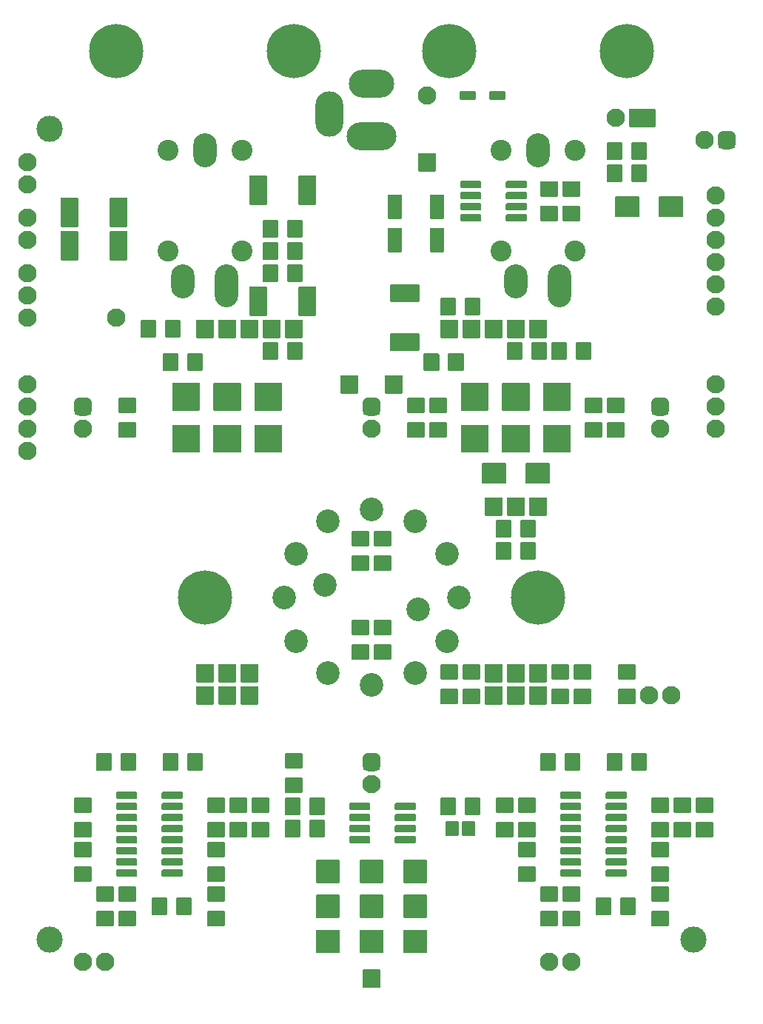
<source format=gbr>
G04 #@! TF.GenerationSoftware,KiCad,Pcbnew,5.1.12-84ad8e8a86~92~ubuntu20.04.1*
G04 #@! TF.CreationDate,2023-11-13T11:38:10+00:00*
G04 #@! TF.ProjectId,___-1.23.B-1,221a1f2d-312e-4323-932e-422d312e6b69,1B*
G04 #@! TF.SameCoordinates,Original*
G04 #@! TF.FileFunction,Soldermask,Bot*
G04 #@! TF.FilePolarity,Negative*
%FSLAX46Y46*%
G04 Gerber Fmt 4.6, Leading zero omitted, Abs format (unit mm)*
G04 Created by KiCad (PCBNEW 5.1.12-84ad8e8a86~92~ubuntu20.04.1) date 2023-11-13 11:38:10*
%MOMM*%
%LPD*%
G01*
G04 APERTURE LIST*
%ADD10C,2.100000*%
%ADD11C,2.400000*%
%ADD12O,2.700000X3.900000*%
%ADD13O,2.700000X4.900000*%
%ADD14C,3.000000*%
%ADD15O,5.700000X3.200000*%
%ADD16O,3.200000X5.200000*%
%ADD17O,5.200000X3.200000*%
%ADD18C,6.200000*%
%ADD19C,2.700000*%
%ADD20C,0.100000*%
G04 APERTURE END LIST*
D10*
X76200000Y-127000000D03*
G36*
G01*
X145000000Y-107100000D02*
X145000000Y-106260000D01*
G75*
G02*
X145630000Y-105630000I630000J0D01*
G01*
X146470000Y-105630000D01*
G75*
G02*
X147100000Y-106260000I0J-630000D01*
G01*
X147100000Y-107100000D01*
G75*
G02*
X146470000Y-107730000I-630000J0D01*
G01*
X145630000Y-107730000D01*
G75*
G02*
X145000000Y-107100000I0J630000D01*
G01*
G37*
X143510000Y-106680000D03*
G36*
G01*
X118330000Y-168590000D02*
X118330000Y-166690000D01*
G75*
G02*
X118430000Y-166590000I100000J0D01*
G01*
X120330000Y-166590000D01*
G75*
G02*
X120430000Y-166690000I0J-100000D01*
G01*
X120430000Y-168590000D01*
G75*
G02*
X120330000Y-168690000I-100000J0D01*
G01*
X118430000Y-168690000D01*
G75*
G02*
X118330000Y-168590000I0J100000D01*
G01*
G37*
G36*
G01*
X120870000Y-168590000D02*
X120870000Y-166690000D01*
G75*
G02*
X120970000Y-166590000I100000J0D01*
G01*
X122870000Y-166590000D01*
G75*
G02*
X122970000Y-166690000I0J-100000D01*
G01*
X122970000Y-168590000D01*
G75*
G02*
X122870000Y-168690000I-100000J0D01*
G01*
X120970000Y-168690000D01*
G75*
G02*
X120870000Y-168590000I0J100000D01*
G01*
G37*
G36*
G01*
X123410000Y-168590000D02*
X123410000Y-166690000D01*
G75*
G02*
X123510000Y-166590000I100000J0D01*
G01*
X125410000Y-166590000D01*
G75*
G02*
X125510000Y-166690000I0J-100000D01*
G01*
X125510000Y-168590000D01*
G75*
G02*
X125410000Y-168690000I-100000J0D01*
G01*
X123510000Y-168690000D01*
G75*
G02*
X123410000Y-168590000I0J100000D01*
G01*
G37*
G36*
G01*
X85310000Y-168590000D02*
X85310000Y-166690000D01*
G75*
G02*
X85410000Y-166590000I100000J0D01*
G01*
X87310000Y-166590000D01*
G75*
G02*
X87410000Y-166690000I0J-100000D01*
G01*
X87410000Y-168590000D01*
G75*
G02*
X87310000Y-168690000I-100000J0D01*
G01*
X85410000Y-168690000D01*
G75*
G02*
X85310000Y-168590000I0J100000D01*
G01*
G37*
G36*
G01*
X87850000Y-168590000D02*
X87850000Y-166690000D01*
G75*
G02*
X87950000Y-166590000I100000J0D01*
G01*
X89850000Y-166590000D01*
G75*
G02*
X89950000Y-166690000I0J-100000D01*
G01*
X89950000Y-168590000D01*
G75*
G02*
X89850000Y-168690000I-100000J0D01*
G01*
X87950000Y-168690000D01*
G75*
G02*
X87850000Y-168590000I0J100000D01*
G01*
G37*
G36*
G01*
X90390000Y-168590000D02*
X90390000Y-166690000D01*
G75*
G02*
X90490000Y-166590000I100000J0D01*
G01*
X92390000Y-166590000D01*
G75*
G02*
X92490000Y-166690000I0J-100000D01*
G01*
X92490000Y-168590000D01*
G75*
G02*
X92390000Y-168690000I-100000J0D01*
G01*
X90490000Y-168690000D01*
G75*
G02*
X90390000Y-168590000I0J100000D01*
G01*
G37*
G36*
G01*
X97050000Y-126695000D02*
X97050000Y-123495000D01*
G75*
G02*
X97150000Y-123395000I100000J0D01*
G01*
X98950000Y-123395000D01*
G75*
G02*
X99050000Y-123495000I0J-100000D01*
G01*
X99050000Y-126695000D01*
G75*
G02*
X98950000Y-126795000I-100000J0D01*
G01*
X97150000Y-126795000D01*
G75*
G02*
X97050000Y-126695000I0J100000D01*
G01*
G37*
G36*
G01*
X91450000Y-126695000D02*
X91450000Y-123495000D01*
G75*
G02*
X91550000Y-123395000I100000J0D01*
G01*
X93350000Y-123395000D01*
G75*
G02*
X93450000Y-123495000I0J-100000D01*
G01*
X93450000Y-126695000D01*
G75*
G02*
X93350000Y-126795000I-100000J0D01*
G01*
X91550000Y-126795000D01*
G75*
G02*
X91450000Y-126695000I0J100000D01*
G01*
G37*
G36*
G01*
X110820000Y-130800000D02*
X107620000Y-130800000D01*
G75*
G02*
X107520000Y-130700000I0J100000D01*
G01*
X107520000Y-128900000D01*
G75*
G02*
X107620000Y-128800000I100000J0D01*
G01*
X110820000Y-128800000D01*
G75*
G02*
X110920000Y-128900000I0J-100000D01*
G01*
X110920000Y-130700000D01*
G75*
G02*
X110820000Y-130800000I-100000J0D01*
G01*
G37*
G36*
G01*
X110820000Y-125200000D02*
X107620000Y-125200000D01*
G75*
G02*
X107520000Y-125100000I0J100000D01*
G01*
X107520000Y-123300000D01*
G75*
G02*
X107620000Y-123200000I100000J0D01*
G01*
X110820000Y-123200000D01*
G75*
G02*
X110920000Y-123300000I0J-100000D01*
G01*
X110920000Y-125100000D01*
G75*
G02*
X110820000Y-125200000I-100000J0D01*
G01*
G37*
G36*
G01*
X71860000Y-113335000D02*
X71860000Y-116535000D01*
G75*
G02*
X71760000Y-116635000I-100000J0D01*
G01*
X69960000Y-116635000D01*
G75*
G02*
X69860000Y-116535000I0J100000D01*
G01*
X69860000Y-113335000D01*
G75*
G02*
X69960000Y-113235000I100000J0D01*
G01*
X71760000Y-113235000D01*
G75*
G02*
X71860000Y-113335000I0J-100000D01*
G01*
G37*
G36*
G01*
X77460000Y-113335000D02*
X77460000Y-116535000D01*
G75*
G02*
X77360000Y-116635000I-100000J0D01*
G01*
X75560000Y-116635000D01*
G75*
G02*
X75460000Y-116535000I0J100000D01*
G01*
X75460000Y-113335000D01*
G75*
G02*
X75560000Y-113235000I100000J0D01*
G01*
X77360000Y-113235000D01*
G75*
G02*
X77460000Y-113335000I0J-100000D01*
G01*
G37*
G36*
G01*
X69860000Y-120345000D02*
X69860000Y-117145000D01*
G75*
G02*
X69960000Y-117045000I100000J0D01*
G01*
X71760000Y-117045000D01*
G75*
G02*
X71860000Y-117145000I0J-100000D01*
G01*
X71860000Y-120345000D01*
G75*
G02*
X71760000Y-120445000I-100000J0D01*
G01*
X69960000Y-120445000D01*
G75*
G02*
X69860000Y-120345000I0J100000D01*
G01*
G37*
G36*
G01*
X75460000Y-120345000D02*
X75460000Y-117145000D01*
G75*
G02*
X75560000Y-117045000I100000J0D01*
G01*
X77360000Y-117045000D01*
G75*
G02*
X77460000Y-117145000I0J-100000D01*
G01*
X77460000Y-120345000D01*
G75*
G02*
X77360000Y-120445000I-100000J0D01*
G01*
X75560000Y-120445000D01*
G75*
G02*
X75460000Y-120345000I0J100000D01*
G01*
G37*
G36*
G01*
X91450000Y-113995000D02*
X91450000Y-110795000D01*
G75*
G02*
X91550000Y-110695000I100000J0D01*
G01*
X93350000Y-110695000D01*
G75*
G02*
X93450000Y-110795000I0J-100000D01*
G01*
X93450000Y-113995000D01*
G75*
G02*
X93350000Y-114095000I-100000J0D01*
G01*
X91550000Y-114095000D01*
G75*
G02*
X91450000Y-113995000I0J100000D01*
G01*
G37*
G36*
G01*
X97050000Y-113995000D02*
X97050000Y-110795000D01*
G75*
G02*
X97150000Y-110695000I100000J0D01*
G01*
X98950000Y-110695000D01*
G75*
G02*
X99050000Y-110795000I0J-100000D01*
G01*
X99050000Y-113995000D01*
G75*
G02*
X98950000Y-114095000I-100000J0D01*
G01*
X97150000Y-114095000D01*
G75*
G02*
X97050000Y-113995000I0J100000D01*
G01*
G37*
G36*
G01*
X107240000Y-119410000D02*
X107240000Y-116810000D01*
G75*
G02*
X107340000Y-116710000I100000J0D01*
G01*
X108790000Y-116710000D01*
G75*
G02*
X108890000Y-116810000I0J-100000D01*
G01*
X108890000Y-119410000D01*
G75*
G02*
X108790000Y-119510000I-100000J0D01*
G01*
X107340000Y-119510000D01*
G75*
G02*
X107240000Y-119410000I0J100000D01*
G01*
G37*
G36*
G01*
X112090000Y-119410000D02*
X112090000Y-116810000D01*
G75*
G02*
X112190000Y-116710000I100000J0D01*
G01*
X113640000Y-116710000D01*
G75*
G02*
X113740000Y-116810000I0J-100000D01*
G01*
X113740000Y-119410000D01*
G75*
G02*
X113640000Y-119510000I-100000J0D01*
G01*
X112190000Y-119510000D01*
G75*
G02*
X112090000Y-119410000I0J100000D01*
G01*
G37*
G36*
G01*
X108890000Y-113000000D02*
X108890000Y-115600000D01*
G75*
G02*
X108790000Y-115700000I-100000J0D01*
G01*
X107340000Y-115700000D01*
G75*
G02*
X107240000Y-115600000I0J100000D01*
G01*
X107240000Y-113000000D01*
G75*
G02*
X107340000Y-112900000I100000J0D01*
G01*
X108790000Y-112900000D01*
G75*
G02*
X108890000Y-113000000I0J-100000D01*
G01*
G37*
G36*
G01*
X113740000Y-113000000D02*
X113740000Y-115600000D01*
G75*
G02*
X113640000Y-115700000I-100000J0D01*
G01*
X112190000Y-115700000D01*
G75*
G02*
X112090000Y-115600000I0J100000D01*
G01*
X112090000Y-113000000D01*
G75*
G02*
X112190000Y-112900000I100000J0D01*
G01*
X113640000Y-112900000D01*
G75*
G02*
X113740000Y-113000000I0J-100000D01*
G01*
G37*
G36*
G01*
X133260000Y-115400000D02*
X133260000Y-113200000D01*
G75*
G02*
X133360000Y-113100000I100000J0D01*
G01*
X135960000Y-113100000D01*
G75*
G02*
X136060000Y-113200000I0J-100000D01*
G01*
X136060000Y-115400000D01*
G75*
G02*
X135960000Y-115500000I-100000J0D01*
G01*
X133360000Y-115500000D01*
G75*
G02*
X133260000Y-115400000I0J100000D01*
G01*
G37*
G36*
G01*
X138260000Y-115400000D02*
X138260000Y-113200000D01*
G75*
G02*
X138360000Y-113100000I100000J0D01*
G01*
X140960000Y-113100000D01*
G75*
G02*
X141060000Y-113200000I0J-100000D01*
G01*
X141060000Y-115400000D01*
G75*
G02*
X140960000Y-115500000I-100000J0D01*
G01*
X138360000Y-115500000D01*
G75*
G02*
X138260000Y-115400000I0J100000D01*
G01*
G37*
G36*
G01*
X129170000Y-115965000D02*
X127370000Y-115965000D01*
G75*
G02*
X127270000Y-115865000I0J100000D01*
G01*
X127270000Y-114265000D01*
G75*
G02*
X127370000Y-114165000I100000J0D01*
G01*
X129170000Y-114165000D01*
G75*
G02*
X129270000Y-114265000I0J-100000D01*
G01*
X129270000Y-115865000D01*
G75*
G02*
X129170000Y-115965000I-100000J0D01*
G01*
G37*
G36*
G01*
X129170000Y-113165000D02*
X127370000Y-113165000D01*
G75*
G02*
X127270000Y-113065000I0J100000D01*
G01*
X127270000Y-111465000D01*
G75*
G02*
X127370000Y-111365000I100000J0D01*
G01*
X129170000Y-111365000D01*
G75*
G02*
X129270000Y-111465000I0J-100000D01*
G01*
X129270000Y-113065000D01*
G75*
G02*
X129170000Y-113165000I-100000J0D01*
G01*
G37*
G36*
G01*
X124830000Y-111365000D02*
X126630000Y-111365000D01*
G75*
G02*
X126730000Y-111465000I0J-100000D01*
G01*
X126730000Y-113065000D01*
G75*
G02*
X126630000Y-113165000I-100000J0D01*
G01*
X124830000Y-113165000D01*
G75*
G02*
X124730000Y-113065000I0J100000D01*
G01*
X124730000Y-111465000D01*
G75*
G02*
X124830000Y-111365000I100000J0D01*
G01*
G37*
G36*
G01*
X124830000Y-114165000D02*
X126630000Y-114165000D01*
G75*
G02*
X126730000Y-114265000I0J-100000D01*
G01*
X126730000Y-115865000D01*
G75*
G02*
X126630000Y-115965000I-100000J0D01*
G01*
X124830000Y-115965000D01*
G75*
G02*
X124730000Y-115865000I0J100000D01*
G01*
X124730000Y-114265000D01*
G75*
G02*
X124830000Y-114165000I100000J0D01*
G01*
G37*
G36*
G01*
X117980000Y-111460000D02*
X117980000Y-112060000D01*
G75*
G02*
X117880000Y-112160000I-100000J0D01*
G01*
X115680000Y-112160000D01*
G75*
G02*
X115580000Y-112060000I0J100000D01*
G01*
X115580000Y-111460000D01*
G75*
G02*
X115680000Y-111360000I100000J0D01*
G01*
X117880000Y-111360000D01*
G75*
G02*
X117980000Y-111460000I0J-100000D01*
G01*
G37*
G36*
G01*
X117980000Y-112730000D02*
X117980000Y-113330000D01*
G75*
G02*
X117880000Y-113430000I-100000J0D01*
G01*
X115680000Y-113430000D01*
G75*
G02*
X115580000Y-113330000I0J100000D01*
G01*
X115580000Y-112730000D01*
G75*
G02*
X115680000Y-112630000I100000J0D01*
G01*
X117880000Y-112630000D01*
G75*
G02*
X117980000Y-112730000I0J-100000D01*
G01*
G37*
G36*
G01*
X117980000Y-114000000D02*
X117980000Y-114600000D01*
G75*
G02*
X117880000Y-114700000I-100000J0D01*
G01*
X115680000Y-114700000D01*
G75*
G02*
X115580000Y-114600000I0J100000D01*
G01*
X115580000Y-114000000D01*
G75*
G02*
X115680000Y-113900000I100000J0D01*
G01*
X117880000Y-113900000D01*
G75*
G02*
X117980000Y-114000000I0J-100000D01*
G01*
G37*
G36*
G01*
X117980000Y-115270000D02*
X117980000Y-115870000D01*
G75*
G02*
X117880000Y-115970000I-100000J0D01*
G01*
X115680000Y-115970000D01*
G75*
G02*
X115580000Y-115870000I0J100000D01*
G01*
X115580000Y-115270000D01*
G75*
G02*
X115680000Y-115170000I100000J0D01*
G01*
X117880000Y-115170000D01*
G75*
G02*
X117980000Y-115270000I0J-100000D01*
G01*
G37*
G36*
G01*
X123180000Y-115270000D02*
X123180000Y-115870000D01*
G75*
G02*
X123080000Y-115970000I-100000J0D01*
G01*
X120880000Y-115970000D01*
G75*
G02*
X120780000Y-115870000I0J100000D01*
G01*
X120780000Y-115270000D01*
G75*
G02*
X120880000Y-115170000I100000J0D01*
G01*
X123080000Y-115170000D01*
G75*
G02*
X123180000Y-115270000I0J-100000D01*
G01*
G37*
G36*
G01*
X123180000Y-114000000D02*
X123180000Y-114600000D01*
G75*
G02*
X123080000Y-114700000I-100000J0D01*
G01*
X120880000Y-114700000D01*
G75*
G02*
X120780000Y-114600000I0J100000D01*
G01*
X120780000Y-114000000D01*
G75*
G02*
X120880000Y-113900000I100000J0D01*
G01*
X123080000Y-113900000D01*
G75*
G02*
X123180000Y-114000000I0J-100000D01*
G01*
G37*
G36*
G01*
X123180000Y-112730000D02*
X123180000Y-113330000D01*
G75*
G02*
X123080000Y-113430000I-100000J0D01*
G01*
X120880000Y-113430000D01*
G75*
G02*
X120780000Y-113330000I0J100000D01*
G01*
X120780000Y-112730000D01*
G75*
G02*
X120880000Y-112630000I100000J0D01*
G01*
X123080000Y-112630000D01*
G75*
G02*
X123180000Y-112730000I0J-100000D01*
G01*
G37*
G36*
G01*
X123180000Y-111460000D02*
X123180000Y-112060000D01*
G75*
G02*
X123080000Y-112160000I-100000J0D01*
G01*
X120880000Y-112160000D01*
G75*
G02*
X120780000Y-112060000I0J100000D01*
G01*
X120780000Y-111460000D01*
G75*
G02*
X120880000Y-111360000I100000J0D01*
G01*
X123080000Y-111360000D01*
G75*
G02*
X123180000Y-111460000I0J-100000D01*
G01*
G37*
G36*
G01*
X118330000Y-149540000D02*
X118330000Y-147640000D01*
G75*
G02*
X118430000Y-147540000I100000J0D01*
G01*
X120330000Y-147540000D01*
G75*
G02*
X120430000Y-147640000I0J-100000D01*
G01*
X120430000Y-149540000D01*
G75*
G02*
X120330000Y-149640000I-100000J0D01*
G01*
X118430000Y-149640000D01*
G75*
G02*
X118330000Y-149540000I0J100000D01*
G01*
G37*
G36*
G01*
X123410000Y-149540000D02*
X123410000Y-147640000D01*
G75*
G02*
X123510000Y-147540000I100000J0D01*
G01*
X125410000Y-147540000D01*
G75*
G02*
X125510000Y-147640000I0J-100000D01*
G01*
X125510000Y-149540000D01*
G75*
G02*
X125410000Y-149640000I-100000J0D01*
G01*
X123510000Y-149640000D01*
G75*
G02*
X123410000Y-149540000I0J100000D01*
G01*
G37*
G36*
G01*
X120870000Y-149540000D02*
X120870000Y-147640000D01*
G75*
G02*
X120970000Y-147540000I100000J0D01*
G01*
X122870000Y-147540000D01*
G75*
G02*
X122970000Y-147640000I0J-100000D01*
G01*
X122970000Y-149540000D01*
G75*
G02*
X122870000Y-149640000I-100000J0D01*
G01*
X120970000Y-149640000D01*
G75*
G02*
X120870000Y-149540000I0J100000D01*
G01*
G37*
G36*
G01*
X118020000Y-145880000D02*
X118020000Y-143680000D01*
G75*
G02*
X118120000Y-143580000I100000J0D01*
G01*
X120720000Y-143580000D01*
G75*
G02*
X120820000Y-143680000I0J-100000D01*
G01*
X120820000Y-145880000D01*
G75*
G02*
X120720000Y-145980000I-100000J0D01*
G01*
X118120000Y-145980000D01*
G75*
G02*
X118020000Y-145880000I0J100000D01*
G01*
G37*
G36*
G01*
X123020000Y-145880000D02*
X123020000Y-143680000D01*
G75*
G02*
X123120000Y-143580000I100000J0D01*
G01*
X125720000Y-143580000D01*
G75*
G02*
X125820000Y-143680000I0J-100000D01*
G01*
X125820000Y-145880000D01*
G75*
G02*
X125720000Y-145980000I-100000J0D01*
G01*
X123120000Y-145980000D01*
G75*
G02*
X123020000Y-145880000I0J100000D01*
G01*
G37*
G36*
G01*
X109590000Y-138930000D02*
X111390000Y-138930000D01*
G75*
G02*
X111490000Y-139030000I0J-100000D01*
G01*
X111490000Y-140630000D01*
G75*
G02*
X111390000Y-140730000I-100000J0D01*
G01*
X109590000Y-140730000D01*
G75*
G02*
X109490000Y-140630000I0J100000D01*
G01*
X109490000Y-139030000D01*
G75*
G02*
X109590000Y-138930000I100000J0D01*
G01*
G37*
G36*
G01*
X109590000Y-136130000D02*
X111390000Y-136130000D01*
G75*
G02*
X111490000Y-136230000I0J-100000D01*
G01*
X111490000Y-137830000D01*
G75*
G02*
X111390000Y-137930000I-100000J0D01*
G01*
X109590000Y-137930000D01*
G75*
G02*
X109490000Y-137830000I0J100000D01*
G01*
X109490000Y-136230000D01*
G75*
G02*
X109590000Y-136130000I100000J0D01*
G01*
G37*
G36*
G01*
X131710000Y-137930000D02*
X129910000Y-137930000D01*
G75*
G02*
X129810000Y-137830000I0J100000D01*
G01*
X129810000Y-136230000D01*
G75*
G02*
X129910000Y-136130000I100000J0D01*
G01*
X131710000Y-136130000D01*
G75*
G02*
X131810000Y-136230000I0J-100000D01*
G01*
X131810000Y-137830000D01*
G75*
G02*
X131710000Y-137930000I-100000J0D01*
G01*
G37*
G36*
G01*
X131710000Y-140730000D02*
X129910000Y-140730000D01*
G75*
G02*
X129810000Y-140630000I0J100000D01*
G01*
X129810000Y-139030000D01*
G75*
G02*
X129910000Y-138930000I100000J0D01*
G01*
X131710000Y-138930000D01*
G75*
G02*
X131810000Y-139030000I0J-100000D01*
G01*
X131810000Y-140630000D01*
G75*
G02*
X131710000Y-140730000I-100000J0D01*
G01*
G37*
G36*
G01*
X119620000Y-152030000D02*
X119620000Y-150230000D01*
G75*
G02*
X119720000Y-150130000I100000J0D01*
G01*
X121320000Y-150130000D01*
G75*
G02*
X121420000Y-150230000I0J-100000D01*
G01*
X121420000Y-152030000D01*
G75*
G02*
X121320000Y-152130000I-100000J0D01*
G01*
X119720000Y-152130000D01*
G75*
G02*
X119620000Y-152030000I0J100000D01*
G01*
G37*
G36*
G01*
X122420000Y-152030000D02*
X122420000Y-150230000D01*
G75*
G02*
X122520000Y-150130000I100000J0D01*
G01*
X124120000Y-150130000D01*
G75*
G02*
X124220000Y-150230000I0J-100000D01*
G01*
X124220000Y-152030000D01*
G75*
G02*
X124120000Y-152130000I-100000J0D01*
G01*
X122520000Y-152130000D01*
G75*
G02*
X122420000Y-152030000I0J100000D01*
G01*
G37*
G36*
G01*
X119750000Y-181850000D02*
X121550000Y-181850000D01*
G75*
G02*
X121650000Y-181950000I0J-100000D01*
G01*
X121650000Y-183550000D01*
G75*
G02*
X121550000Y-183650000I-100000J0D01*
G01*
X119750000Y-183650000D01*
G75*
G02*
X119650000Y-183550000I0J100000D01*
G01*
X119650000Y-181950000D01*
G75*
G02*
X119750000Y-181850000I100000J0D01*
G01*
G37*
G36*
G01*
X119750000Y-184650000D02*
X121550000Y-184650000D01*
G75*
G02*
X121650000Y-184750000I0J-100000D01*
G01*
X121650000Y-186350000D01*
G75*
G02*
X121550000Y-186450000I-100000J0D01*
G01*
X119750000Y-186450000D01*
G75*
G02*
X119650000Y-186350000I0J100000D01*
G01*
X119650000Y-184750000D01*
G75*
G02*
X119750000Y-184650000I100000J0D01*
G01*
G37*
G36*
G01*
X78980000Y-129170000D02*
X78980000Y-127370000D01*
G75*
G02*
X79080000Y-127270000I100000J0D01*
G01*
X80680000Y-127270000D01*
G75*
G02*
X80780000Y-127370000I0J-100000D01*
G01*
X80780000Y-129170000D01*
G75*
G02*
X80680000Y-129270000I-100000J0D01*
G01*
X79080000Y-129270000D01*
G75*
G02*
X78980000Y-129170000I0J100000D01*
G01*
G37*
G36*
G01*
X81780000Y-129170000D02*
X81780000Y-127370000D01*
G75*
G02*
X81880000Y-127270000I100000J0D01*
G01*
X83480000Y-127270000D01*
G75*
G02*
X83580000Y-127370000I0J-100000D01*
G01*
X83580000Y-129170000D01*
G75*
G02*
X83480000Y-129270000I-100000J0D01*
G01*
X81880000Y-129270000D01*
G75*
G02*
X81780000Y-129170000I0J100000D01*
G01*
G37*
G36*
G01*
X122690000Y-129910000D02*
X122690000Y-131710000D01*
G75*
G02*
X122590000Y-131810000I-100000J0D01*
G01*
X120990000Y-131810000D01*
G75*
G02*
X120890000Y-131710000I0J100000D01*
G01*
X120890000Y-129910000D01*
G75*
G02*
X120990000Y-129810000I100000J0D01*
G01*
X122590000Y-129810000D01*
G75*
G02*
X122690000Y-129910000I0J-100000D01*
G01*
G37*
G36*
G01*
X125490000Y-129910000D02*
X125490000Y-131710000D01*
G75*
G02*
X125390000Y-131810000I-100000J0D01*
G01*
X123790000Y-131810000D01*
G75*
G02*
X123690000Y-131710000I0J100000D01*
G01*
X123690000Y-129910000D01*
G75*
G02*
X123790000Y-129810000I100000J0D01*
G01*
X125390000Y-129810000D01*
G75*
G02*
X125490000Y-129910000I0J-100000D01*
G01*
G37*
G36*
G01*
X115965000Y-131180000D02*
X115965000Y-132980000D01*
G75*
G02*
X115865000Y-133080000I-100000J0D01*
G01*
X114265000Y-133080000D01*
G75*
G02*
X114165000Y-132980000I0J100000D01*
G01*
X114165000Y-131180000D01*
G75*
G02*
X114265000Y-131080000I100000J0D01*
G01*
X115865000Y-131080000D01*
G75*
G02*
X115965000Y-131180000I0J-100000D01*
G01*
G37*
G36*
G01*
X113165000Y-131180000D02*
X113165000Y-132980000D01*
G75*
G02*
X113065000Y-133080000I-100000J0D01*
G01*
X111465000Y-133080000D01*
G75*
G02*
X111365000Y-132980000I0J100000D01*
G01*
X111365000Y-131180000D01*
G75*
G02*
X111465000Y-131080000I100000J0D01*
G01*
X113065000Y-131080000D01*
G75*
G02*
X113165000Y-131180000I0J-100000D01*
G01*
G37*
G36*
G01*
X130570000Y-129910000D02*
X130570000Y-131710000D01*
G75*
G02*
X130470000Y-131810000I-100000J0D01*
G01*
X128870000Y-131810000D01*
G75*
G02*
X128770000Y-131710000I0J100000D01*
G01*
X128770000Y-129910000D01*
G75*
G02*
X128870000Y-129810000I100000J0D01*
G01*
X130470000Y-129810000D01*
G75*
G02*
X130570000Y-129910000I0J-100000D01*
G01*
G37*
G36*
G01*
X127770000Y-129910000D02*
X127770000Y-131710000D01*
G75*
G02*
X127670000Y-131810000I-100000J0D01*
G01*
X126070000Y-131810000D01*
G75*
G02*
X125970000Y-131710000I0J100000D01*
G01*
X125970000Y-129910000D01*
G75*
G02*
X126070000Y-129810000I100000J0D01*
G01*
X127670000Y-129810000D01*
G75*
G02*
X127770000Y-129910000I0J-100000D01*
G01*
G37*
G36*
G01*
X86120000Y-131180000D02*
X86120000Y-132980000D01*
G75*
G02*
X86020000Y-133080000I-100000J0D01*
G01*
X84420000Y-133080000D01*
G75*
G02*
X84320000Y-132980000I0J100000D01*
G01*
X84320000Y-131180000D01*
G75*
G02*
X84420000Y-131080000I100000J0D01*
G01*
X86020000Y-131080000D01*
G75*
G02*
X86120000Y-131180000I0J-100000D01*
G01*
G37*
G36*
G01*
X83320000Y-131180000D02*
X83320000Y-132980000D01*
G75*
G02*
X83220000Y-133080000I-100000J0D01*
G01*
X81620000Y-133080000D01*
G75*
G02*
X81520000Y-132980000I0J100000D01*
G01*
X81520000Y-131180000D01*
G75*
G02*
X81620000Y-131080000I100000J0D01*
G01*
X83220000Y-131080000D01*
G75*
G02*
X83320000Y-131180000I0J-100000D01*
G01*
G37*
G36*
G01*
X121420000Y-152770000D02*
X121420000Y-154570000D01*
G75*
G02*
X121320000Y-154670000I-100000J0D01*
G01*
X119720000Y-154670000D01*
G75*
G02*
X119620000Y-154570000I0J100000D01*
G01*
X119620000Y-152770000D01*
G75*
G02*
X119720000Y-152670000I100000J0D01*
G01*
X121320000Y-152670000D01*
G75*
G02*
X121420000Y-152770000I0J-100000D01*
G01*
G37*
G36*
G01*
X124220000Y-152770000D02*
X124220000Y-154570000D01*
G75*
G02*
X124120000Y-154670000I-100000J0D01*
G01*
X122520000Y-154670000D01*
G75*
G02*
X122420000Y-154570000I0J100000D01*
G01*
X122420000Y-152770000D01*
G75*
G02*
X122520000Y-152670000I100000J0D01*
G01*
X124120000Y-152670000D01*
G75*
G02*
X124220000Y-152770000I0J-100000D01*
G01*
G37*
X72390000Y-200660000D03*
X74930000Y-200660000D03*
X128270000Y-200660000D03*
X125730000Y-200660000D03*
D11*
X90560000Y-119330000D03*
D12*
X86360000Y-107830000D03*
X83860000Y-122830000D03*
D13*
X88860000Y-123330000D03*
D11*
X82160000Y-119330000D03*
X90560000Y-107830000D03*
X82160000Y-107830000D03*
X128660000Y-119330000D03*
D12*
X124460000Y-107830000D03*
X121960000Y-122830000D03*
D13*
X126960000Y-123330000D03*
D11*
X120260000Y-119330000D03*
X128660000Y-107830000D03*
X120260000Y-107830000D03*
G36*
G01*
X118910000Y-102000000D02*
X118910000Y-101200000D01*
G75*
G02*
X119010000Y-101100000I100000J0D01*
G01*
X120610000Y-101100000D01*
G75*
G02*
X120710000Y-101200000I0J-100000D01*
G01*
X120710000Y-102000000D01*
G75*
G02*
X120610000Y-102100000I-100000J0D01*
G01*
X119010000Y-102100000D01*
G75*
G02*
X118910000Y-102000000I0J100000D01*
G01*
G37*
G36*
G01*
X115510000Y-102000000D02*
X115510000Y-101200000D01*
G75*
G02*
X115610000Y-101100000I100000J0D01*
G01*
X117210000Y-101100000D01*
G75*
G02*
X117310000Y-101200000I0J-100000D01*
G01*
X117310000Y-102000000D01*
G75*
G02*
X117210000Y-102100000I-100000J0D01*
G01*
X115610000Y-102100000D01*
G75*
G02*
X115510000Y-102000000I0J100000D01*
G01*
G37*
G36*
G01*
X92950000Y-131710000D02*
X92950000Y-129910000D01*
G75*
G02*
X93050000Y-129810000I100000J0D01*
G01*
X94650000Y-129810000D01*
G75*
G02*
X94750000Y-129910000I0J-100000D01*
G01*
X94750000Y-131710000D01*
G75*
G02*
X94650000Y-131810000I-100000J0D01*
G01*
X93050000Y-131810000D01*
G75*
G02*
X92950000Y-131710000I0J100000D01*
G01*
G37*
G36*
G01*
X95750000Y-131710000D02*
X95750000Y-129910000D01*
G75*
G02*
X95850000Y-129810000I100000J0D01*
G01*
X97450000Y-129810000D01*
G75*
G02*
X97550000Y-129910000I0J-100000D01*
G01*
X97550000Y-131710000D01*
G75*
G02*
X97450000Y-131810000I-100000J0D01*
G01*
X95850000Y-131810000D01*
G75*
G02*
X95750000Y-131710000I0J100000D01*
G01*
G37*
G36*
G01*
X113270000Y-126630000D02*
X113270000Y-124830000D01*
G75*
G02*
X113370000Y-124730000I100000J0D01*
G01*
X114970000Y-124730000D01*
G75*
G02*
X115070000Y-124830000I0J-100000D01*
G01*
X115070000Y-126630000D01*
G75*
G02*
X114970000Y-126730000I-100000J0D01*
G01*
X113370000Y-126730000D01*
G75*
G02*
X113270000Y-126630000I0J100000D01*
G01*
G37*
G36*
G01*
X116070000Y-126630000D02*
X116070000Y-124830000D01*
G75*
G02*
X116170000Y-124730000I100000J0D01*
G01*
X117770000Y-124730000D01*
G75*
G02*
X117870000Y-124830000I0J-100000D01*
G01*
X117870000Y-126630000D01*
G75*
G02*
X117770000Y-126730000I-100000J0D01*
G01*
X116170000Y-126730000D01*
G75*
G02*
X116070000Y-126630000I0J100000D01*
G01*
G37*
D10*
X144780000Y-139700000D03*
X144780000Y-137160000D03*
X144780000Y-134620000D03*
X66040000Y-134620000D03*
X66040000Y-137160000D03*
X66040000Y-139700000D03*
X66040000Y-142240000D03*
X66040000Y-127000000D03*
X66040000Y-124460000D03*
X66040000Y-121920000D03*
X144780000Y-125730000D03*
X144780000Y-123190000D03*
X144780000Y-120650000D03*
X144780000Y-118110000D03*
X144780000Y-115570000D03*
X144780000Y-113030000D03*
G36*
G01*
X134840000Y-105090000D02*
X134840000Y-103190000D01*
G75*
G02*
X134940000Y-103090000I100000J0D01*
G01*
X137800000Y-103090000D01*
G75*
G02*
X137900000Y-103190000I0J-100000D01*
G01*
X137900000Y-105090000D01*
G75*
G02*
X137800000Y-105190000I-100000J0D01*
G01*
X134940000Y-105190000D01*
G75*
G02*
X134840000Y-105090000I0J100000D01*
G01*
G37*
X133350000Y-104140000D03*
X66040000Y-118110000D03*
X66040000Y-115570000D03*
X66040000Y-109220000D03*
X66040000Y-111760000D03*
D14*
X142240000Y-198120000D03*
X68580000Y-198120000D03*
X68580000Y-105410000D03*
D15*
X105410000Y-106210000D03*
D16*
X100610000Y-103710000D03*
D17*
X105410000Y-100210000D03*
G36*
G01*
X113250000Y-129220000D02*
X113250000Y-127320000D01*
G75*
G02*
X113350000Y-127220000I100000J0D01*
G01*
X115250000Y-127220000D01*
G75*
G02*
X115350000Y-127320000I0J-100000D01*
G01*
X115350000Y-129220000D01*
G75*
G02*
X115250000Y-129320000I-100000J0D01*
G01*
X113350000Y-129320000D01*
G75*
G02*
X113250000Y-129220000I0J100000D01*
G01*
G37*
G36*
G01*
X115790000Y-129220000D02*
X115790000Y-127320000D01*
G75*
G02*
X115890000Y-127220000I100000J0D01*
G01*
X117790000Y-127220000D01*
G75*
G02*
X117890000Y-127320000I0J-100000D01*
G01*
X117890000Y-129220000D01*
G75*
G02*
X117790000Y-129320000I-100000J0D01*
G01*
X115890000Y-129320000D01*
G75*
G02*
X115790000Y-129220000I0J100000D01*
G01*
G37*
G36*
G01*
X118330000Y-129220000D02*
X118330000Y-127320000D01*
G75*
G02*
X118430000Y-127220000I100000J0D01*
G01*
X120330000Y-127220000D01*
G75*
G02*
X120430000Y-127320000I0J-100000D01*
G01*
X120430000Y-129220000D01*
G75*
G02*
X120330000Y-129320000I-100000J0D01*
G01*
X118430000Y-129320000D01*
G75*
G02*
X118330000Y-129220000I0J100000D01*
G01*
G37*
G36*
G01*
X120870000Y-129220000D02*
X120870000Y-127320000D01*
G75*
G02*
X120970000Y-127220000I100000J0D01*
G01*
X122870000Y-127220000D01*
G75*
G02*
X122970000Y-127320000I0J-100000D01*
G01*
X122970000Y-129220000D01*
G75*
G02*
X122870000Y-129320000I-100000J0D01*
G01*
X120970000Y-129320000D01*
G75*
G02*
X120870000Y-129220000I0J100000D01*
G01*
G37*
G36*
G01*
X123410000Y-129220000D02*
X123410000Y-127320000D01*
G75*
G02*
X123510000Y-127220000I100000J0D01*
G01*
X125410000Y-127220000D01*
G75*
G02*
X125510000Y-127320000I0J-100000D01*
G01*
X125510000Y-129220000D01*
G75*
G02*
X125410000Y-129320000I-100000J0D01*
G01*
X123510000Y-129320000D01*
G75*
G02*
X123410000Y-129220000I0J100000D01*
G01*
G37*
G36*
G01*
X95470000Y-129220000D02*
X95470000Y-127320000D01*
G75*
G02*
X95570000Y-127220000I100000J0D01*
G01*
X97470000Y-127220000D01*
G75*
G02*
X97570000Y-127320000I0J-100000D01*
G01*
X97570000Y-129220000D01*
G75*
G02*
X97470000Y-129320000I-100000J0D01*
G01*
X95570000Y-129320000D01*
G75*
G02*
X95470000Y-129220000I0J100000D01*
G01*
G37*
G36*
G01*
X87850000Y-129220000D02*
X87850000Y-127320000D01*
G75*
G02*
X87950000Y-127220000I100000J0D01*
G01*
X89850000Y-127220000D01*
G75*
G02*
X89950000Y-127320000I0J-100000D01*
G01*
X89950000Y-129220000D01*
G75*
G02*
X89850000Y-129320000I-100000J0D01*
G01*
X87950000Y-129320000D01*
G75*
G02*
X87850000Y-129220000I0J100000D01*
G01*
G37*
G36*
G01*
X90390000Y-129220000D02*
X90390000Y-127320000D01*
G75*
G02*
X90490000Y-127220000I100000J0D01*
G01*
X92390000Y-127220000D01*
G75*
G02*
X92490000Y-127320000I0J-100000D01*
G01*
X92490000Y-129220000D01*
G75*
G02*
X92390000Y-129320000I-100000J0D01*
G01*
X90490000Y-129320000D01*
G75*
G02*
X90390000Y-129220000I0J100000D01*
G01*
G37*
G36*
G01*
X85310000Y-129220000D02*
X85310000Y-127320000D01*
G75*
G02*
X85410000Y-127220000I100000J0D01*
G01*
X87310000Y-127220000D01*
G75*
G02*
X87410000Y-127320000I0J-100000D01*
G01*
X87410000Y-129220000D01*
G75*
G02*
X87310000Y-129320000I-100000J0D01*
G01*
X85410000Y-129320000D01*
G75*
G02*
X85310000Y-129220000I0J100000D01*
G01*
G37*
G36*
G01*
X92930000Y-129220000D02*
X92930000Y-127320000D01*
G75*
G02*
X93030000Y-127220000I100000J0D01*
G01*
X94930000Y-127220000D01*
G75*
G02*
X95030000Y-127320000I0J-100000D01*
G01*
X95030000Y-129220000D01*
G75*
G02*
X94930000Y-129320000I-100000J0D01*
G01*
X93030000Y-129320000D01*
G75*
G02*
X92930000Y-129220000I0J100000D01*
G01*
G37*
G36*
G01*
X109060000Y-195560000D02*
X109060000Y-193060000D01*
G75*
G02*
X109160000Y-192960000I100000J0D01*
G01*
X111660000Y-192960000D01*
G75*
G02*
X111760000Y-193060000I0J-100000D01*
G01*
X111760000Y-195560000D01*
G75*
G02*
X111660000Y-195660000I-100000J0D01*
G01*
X109160000Y-195660000D01*
G75*
G02*
X109060000Y-195560000I0J100000D01*
G01*
G37*
G36*
G01*
X109060000Y-199560000D02*
X109060000Y-197060000D01*
G75*
G02*
X109160000Y-196960000I100000J0D01*
G01*
X111660000Y-196960000D01*
G75*
G02*
X111760000Y-197060000I0J-100000D01*
G01*
X111760000Y-199560000D01*
G75*
G02*
X111660000Y-199660000I-100000J0D01*
G01*
X109160000Y-199660000D01*
G75*
G02*
X109060000Y-199560000I0J100000D01*
G01*
G37*
G36*
G01*
X109060000Y-191560000D02*
X109060000Y-189060000D01*
G75*
G02*
X109160000Y-188960000I100000J0D01*
G01*
X111660000Y-188960000D01*
G75*
G02*
X111760000Y-189060000I0J-100000D01*
G01*
X111760000Y-191560000D01*
G75*
G02*
X111660000Y-191660000I-100000J0D01*
G01*
X109160000Y-191660000D01*
G75*
G02*
X109060000Y-191560000I0J100000D01*
G01*
G37*
G36*
G01*
X104060000Y-195560000D02*
X104060000Y-193060000D01*
G75*
G02*
X104160000Y-192960000I100000J0D01*
G01*
X106660000Y-192960000D01*
G75*
G02*
X106760000Y-193060000I0J-100000D01*
G01*
X106760000Y-195560000D01*
G75*
G02*
X106660000Y-195660000I-100000J0D01*
G01*
X104160000Y-195660000D01*
G75*
G02*
X104060000Y-195560000I0J100000D01*
G01*
G37*
G36*
G01*
X104060000Y-199560000D02*
X104060000Y-197060000D01*
G75*
G02*
X104160000Y-196960000I100000J0D01*
G01*
X106660000Y-196960000D01*
G75*
G02*
X106760000Y-197060000I0J-100000D01*
G01*
X106760000Y-199560000D01*
G75*
G02*
X106660000Y-199660000I-100000J0D01*
G01*
X104160000Y-199660000D01*
G75*
G02*
X104060000Y-199560000I0J100000D01*
G01*
G37*
G36*
G01*
X104060000Y-191560000D02*
X104060000Y-189060000D01*
G75*
G02*
X104160000Y-188960000I100000J0D01*
G01*
X106660000Y-188960000D01*
G75*
G02*
X106760000Y-189060000I0J-100000D01*
G01*
X106760000Y-191560000D01*
G75*
G02*
X106660000Y-191660000I-100000J0D01*
G01*
X104160000Y-191660000D01*
G75*
G02*
X104060000Y-191560000I0J100000D01*
G01*
G37*
G36*
G01*
X99060000Y-191560000D02*
X99060000Y-189060000D01*
G75*
G02*
X99160000Y-188960000I100000J0D01*
G01*
X101660000Y-188960000D01*
G75*
G02*
X101760000Y-189060000I0J-100000D01*
G01*
X101760000Y-191560000D01*
G75*
G02*
X101660000Y-191660000I-100000J0D01*
G01*
X99160000Y-191660000D01*
G75*
G02*
X99060000Y-191560000I0J100000D01*
G01*
G37*
G36*
G01*
X99060000Y-195560000D02*
X99060000Y-193060000D01*
G75*
G02*
X99160000Y-192960000I100000J0D01*
G01*
X101660000Y-192960000D01*
G75*
G02*
X101760000Y-193060000I0J-100000D01*
G01*
X101760000Y-195560000D01*
G75*
G02*
X101660000Y-195660000I-100000J0D01*
G01*
X99160000Y-195660000D01*
G75*
G02*
X99060000Y-195560000I0J100000D01*
G01*
G37*
G36*
G01*
X99060000Y-199560000D02*
X99060000Y-197060000D01*
G75*
G02*
X99160000Y-196960000I100000J0D01*
G01*
X101660000Y-196960000D01*
G75*
G02*
X101760000Y-197060000I0J-100000D01*
G01*
X101760000Y-199560000D01*
G75*
G02*
X101660000Y-199660000I-100000J0D01*
G01*
X99160000Y-199660000D01*
G75*
G02*
X99060000Y-199560000I0J100000D01*
G01*
G37*
G36*
G01*
X118330000Y-171130000D02*
X118330000Y-169230000D01*
G75*
G02*
X118430000Y-169130000I100000J0D01*
G01*
X120330000Y-169130000D01*
G75*
G02*
X120430000Y-169230000I0J-100000D01*
G01*
X120430000Y-171130000D01*
G75*
G02*
X120330000Y-171230000I-100000J0D01*
G01*
X118430000Y-171230000D01*
G75*
G02*
X118330000Y-171130000I0J100000D01*
G01*
G37*
G36*
G01*
X120870000Y-171130000D02*
X120870000Y-169230000D01*
G75*
G02*
X120970000Y-169130000I100000J0D01*
G01*
X122870000Y-169130000D01*
G75*
G02*
X122970000Y-169230000I0J-100000D01*
G01*
X122970000Y-171130000D01*
G75*
G02*
X122870000Y-171230000I-100000J0D01*
G01*
X120970000Y-171230000D01*
G75*
G02*
X120870000Y-171130000I0J100000D01*
G01*
G37*
G36*
G01*
X123410000Y-171130000D02*
X123410000Y-169230000D01*
G75*
G02*
X123510000Y-169130000I100000J0D01*
G01*
X125410000Y-169130000D01*
G75*
G02*
X125510000Y-169230000I0J-100000D01*
G01*
X125510000Y-171130000D01*
G75*
G02*
X125410000Y-171230000I-100000J0D01*
G01*
X123510000Y-171230000D01*
G75*
G02*
X123410000Y-171130000I0J100000D01*
G01*
G37*
G36*
G01*
X87850000Y-171130000D02*
X87850000Y-169230000D01*
G75*
G02*
X87950000Y-169130000I100000J0D01*
G01*
X89850000Y-169130000D01*
G75*
G02*
X89950000Y-169230000I0J-100000D01*
G01*
X89950000Y-171130000D01*
G75*
G02*
X89850000Y-171230000I-100000J0D01*
G01*
X87950000Y-171230000D01*
G75*
G02*
X87850000Y-171130000I0J100000D01*
G01*
G37*
G36*
G01*
X90390000Y-171130000D02*
X90390000Y-169230000D01*
G75*
G02*
X90490000Y-169130000I100000J0D01*
G01*
X92390000Y-169130000D01*
G75*
G02*
X92490000Y-169230000I0J-100000D01*
G01*
X92490000Y-171130000D01*
G75*
G02*
X92390000Y-171230000I-100000J0D01*
G01*
X90490000Y-171230000D01*
G75*
G02*
X90390000Y-171130000I0J100000D01*
G01*
G37*
G36*
G01*
X85310000Y-171130000D02*
X85310000Y-169230000D01*
G75*
G02*
X85410000Y-169130000I100000J0D01*
G01*
X87310000Y-169130000D01*
G75*
G02*
X87410000Y-169230000I0J-100000D01*
G01*
X87410000Y-171130000D01*
G75*
G02*
X87310000Y-171230000I-100000J0D01*
G01*
X85410000Y-171230000D01*
G75*
G02*
X85310000Y-171130000I0J100000D01*
G01*
G37*
D10*
X138430000Y-139700000D03*
G36*
G01*
X138850000Y-138210000D02*
X138010000Y-138210000D01*
G75*
G02*
X137380000Y-137580000I0J630000D01*
G01*
X137380000Y-136740000D01*
G75*
G02*
X138010000Y-136110000I630000J0D01*
G01*
X138850000Y-136110000D01*
G75*
G02*
X139480000Y-136740000I0J-630000D01*
G01*
X139480000Y-137580000D01*
G75*
G02*
X138850000Y-138210000I-630000J0D01*
G01*
G37*
X105410000Y-139700000D03*
G36*
G01*
X105830000Y-138210000D02*
X104990000Y-138210000D01*
G75*
G02*
X104360000Y-137580000I0J630000D01*
G01*
X104360000Y-136740000D01*
G75*
G02*
X104990000Y-136110000I630000J0D01*
G01*
X105830000Y-136110000D01*
G75*
G02*
X106460000Y-136740000I0J-630000D01*
G01*
X106460000Y-137580000D01*
G75*
G02*
X105830000Y-138210000I-630000J0D01*
G01*
G37*
X72390000Y-139700000D03*
G36*
G01*
X72810000Y-138210000D02*
X71970000Y-138210000D01*
G75*
G02*
X71340000Y-137580000I0J630000D01*
G01*
X71340000Y-136740000D01*
G75*
G02*
X71970000Y-136110000I630000J0D01*
G01*
X72810000Y-136110000D01*
G75*
G02*
X73440000Y-136740000I0J-630000D01*
G01*
X73440000Y-137580000D01*
G75*
G02*
X72810000Y-138210000I-630000J0D01*
G01*
G37*
G36*
G01*
X120420000Y-139230000D02*
X123420000Y-139230000D01*
G75*
G02*
X123520000Y-139330000I0J-100000D01*
G01*
X123520000Y-142330000D01*
G75*
G02*
X123420000Y-142430000I-100000J0D01*
G01*
X120420000Y-142430000D01*
G75*
G02*
X120320000Y-142330000I0J100000D01*
G01*
X120320000Y-139330000D01*
G75*
G02*
X120420000Y-139230000I100000J0D01*
G01*
G37*
G36*
G01*
X125120000Y-139230000D02*
X128120000Y-139230000D01*
G75*
G02*
X128220000Y-139330000I0J-100000D01*
G01*
X128220000Y-142330000D01*
G75*
G02*
X128120000Y-142430000I-100000J0D01*
G01*
X125120000Y-142430000D01*
G75*
G02*
X125020000Y-142330000I0J100000D01*
G01*
X125020000Y-139330000D01*
G75*
G02*
X125120000Y-139230000I100000J0D01*
G01*
G37*
G36*
G01*
X115720000Y-139230000D02*
X118720000Y-139230000D01*
G75*
G02*
X118820000Y-139330000I0J-100000D01*
G01*
X118820000Y-142330000D01*
G75*
G02*
X118720000Y-142430000I-100000J0D01*
G01*
X115720000Y-142430000D01*
G75*
G02*
X115620000Y-142330000I0J100000D01*
G01*
X115620000Y-139330000D01*
G75*
G02*
X115720000Y-139230000I100000J0D01*
G01*
G37*
G36*
G01*
X125120000Y-134430000D02*
X128120000Y-134430000D01*
G75*
G02*
X128220000Y-134530000I0J-100000D01*
G01*
X128220000Y-137530000D01*
G75*
G02*
X128120000Y-137630000I-100000J0D01*
G01*
X125120000Y-137630000D01*
G75*
G02*
X125020000Y-137530000I0J100000D01*
G01*
X125020000Y-134530000D01*
G75*
G02*
X125120000Y-134430000I100000J0D01*
G01*
G37*
G36*
G01*
X120420000Y-134430000D02*
X123420000Y-134430000D01*
G75*
G02*
X123520000Y-134530000I0J-100000D01*
G01*
X123520000Y-137530000D01*
G75*
G02*
X123420000Y-137630000I-100000J0D01*
G01*
X120420000Y-137630000D01*
G75*
G02*
X120320000Y-137530000I0J100000D01*
G01*
X120320000Y-134530000D01*
G75*
G02*
X120420000Y-134430000I100000J0D01*
G01*
G37*
G36*
G01*
X115720000Y-134430000D02*
X118720000Y-134430000D01*
G75*
G02*
X118820000Y-134530000I0J-100000D01*
G01*
X118820000Y-137530000D01*
G75*
G02*
X118720000Y-137630000I-100000J0D01*
G01*
X115720000Y-137630000D01*
G75*
G02*
X115620000Y-137530000I0J100000D01*
G01*
X115620000Y-134530000D01*
G75*
G02*
X115720000Y-134430000I100000J0D01*
G01*
G37*
X139700000Y-170180000D03*
X137160000Y-170180000D03*
G36*
G01*
X105040000Y-166130000D02*
X103240000Y-166130000D01*
G75*
G02*
X103140000Y-166030000I0J100000D01*
G01*
X103140000Y-164430000D01*
G75*
G02*
X103240000Y-164330000I100000J0D01*
G01*
X105040000Y-164330000D01*
G75*
G02*
X105140000Y-164430000I0J-100000D01*
G01*
X105140000Y-166030000D01*
G75*
G02*
X105040000Y-166130000I-100000J0D01*
G01*
G37*
G36*
G01*
X105040000Y-163330000D02*
X103240000Y-163330000D01*
G75*
G02*
X103140000Y-163230000I0J100000D01*
G01*
X103140000Y-161630000D01*
G75*
G02*
X103240000Y-161530000I100000J0D01*
G01*
X105040000Y-161530000D01*
G75*
G02*
X105140000Y-161630000I0J-100000D01*
G01*
X105140000Y-163230000D01*
G75*
G02*
X105040000Y-163330000I-100000J0D01*
G01*
G37*
G36*
G01*
X107580000Y-166130000D02*
X105780000Y-166130000D01*
G75*
G02*
X105680000Y-166030000I0J100000D01*
G01*
X105680000Y-164430000D01*
G75*
G02*
X105780000Y-164330000I100000J0D01*
G01*
X107580000Y-164330000D01*
G75*
G02*
X107680000Y-164430000I0J-100000D01*
G01*
X107680000Y-166030000D01*
G75*
G02*
X107580000Y-166130000I-100000J0D01*
G01*
G37*
G36*
G01*
X107580000Y-163330000D02*
X105780000Y-163330000D01*
G75*
G02*
X105680000Y-163230000I0J100000D01*
G01*
X105680000Y-161630000D01*
G75*
G02*
X105780000Y-161530000I100000J0D01*
G01*
X107580000Y-161530000D01*
G75*
G02*
X107680000Y-161630000I0J-100000D01*
G01*
X107680000Y-163230000D01*
G75*
G02*
X107580000Y-163330000I-100000J0D01*
G01*
G37*
G36*
G01*
X103240000Y-151370000D02*
X105040000Y-151370000D01*
G75*
G02*
X105140000Y-151470000I0J-100000D01*
G01*
X105140000Y-153070000D01*
G75*
G02*
X105040000Y-153170000I-100000J0D01*
G01*
X103240000Y-153170000D01*
G75*
G02*
X103140000Y-153070000I0J100000D01*
G01*
X103140000Y-151470000D01*
G75*
G02*
X103240000Y-151370000I100000J0D01*
G01*
G37*
G36*
G01*
X103240000Y-154170000D02*
X105040000Y-154170000D01*
G75*
G02*
X105140000Y-154270000I0J-100000D01*
G01*
X105140000Y-155870000D01*
G75*
G02*
X105040000Y-155970000I-100000J0D01*
G01*
X103240000Y-155970000D01*
G75*
G02*
X103140000Y-155870000I0J100000D01*
G01*
X103140000Y-154270000D01*
G75*
G02*
X103240000Y-154170000I100000J0D01*
G01*
G37*
G36*
G01*
X105780000Y-151370000D02*
X107580000Y-151370000D01*
G75*
G02*
X107680000Y-151470000I0J-100000D01*
G01*
X107680000Y-153070000D01*
G75*
G02*
X107580000Y-153170000I-100000J0D01*
G01*
X105780000Y-153170000D01*
G75*
G02*
X105680000Y-153070000I0J100000D01*
G01*
X105680000Y-151470000D01*
G75*
G02*
X105780000Y-151370000I100000J0D01*
G01*
G37*
G36*
G01*
X105780000Y-154170000D02*
X107580000Y-154170000D01*
G75*
G02*
X107680000Y-154270000I0J-100000D01*
G01*
X107680000Y-155870000D01*
G75*
G02*
X107580000Y-155970000I-100000J0D01*
G01*
X105780000Y-155970000D01*
G75*
G02*
X105680000Y-155870000I0J100000D01*
G01*
X105680000Y-154270000D01*
G75*
G02*
X105780000Y-154170000I100000J0D01*
G01*
G37*
G36*
G01*
X127900000Y-171210000D02*
X126100000Y-171210000D01*
G75*
G02*
X126000000Y-171110000I0J100000D01*
G01*
X126000000Y-169510000D01*
G75*
G02*
X126100000Y-169410000I100000J0D01*
G01*
X127900000Y-169410000D01*
G75*
G02*
X128000000Y-169510000I0J-100000D01*
G01*
X128000000Y-171110000D01*
G75*
G02*
X127900000Y-171210000I-100000J0D01*
G01*
G37*
G36*
G01*
X127900000Y-168410000D02*
X126100000Y-168410000D01*
G75*
G02*
X126000000Y-168310000I0J100000D01*
G01*
X126000000Y-166710000D01*
G75*
G02*
X126100000Y-166610000I100000J0D01*
G01*
X127900000Y-166610000D01*
G75*
G02*
X128000000Y-166710000I0J-100000D01*
G01*
X128000000Y-168310000D01*
G75*
G02*
X127900000Y-168410000I-100000J0D01*
G01*
G37*
G36*
G01*
X130440000Y-171210000D02*
X128640000Y-171210000D01*
G75*
G02*
X128540000Y-171110000I0J100000D01*
G01*
X128540000Y-169510000D01*
G75*
G02*
X128640000Y-169410000I100000J0D01*
G01*
X130440000Y-169410000D01*
G75*
G02*
X130540000Y-169510000I0J-100000D01*
G01*
X130540000Y-171110000D01*
G75*
G02*
X130440000Y-171210000I-100000J0D01*
G01*
G37*
G36*
G01*
X130440000Y-168410000D02*
X128640000Y-168410000D01*
G75*
G02*
X128540000Y-168310000I0J100000D01*
G01*
X128540000Y-166710000D01*
G75*
G02*
X128640000Y-166610000I100000J0D01*
G01*
X130440000Y-166610000D01*
G75*
G02*
X130540000Y-166710000I0J-100000D01*
G01*
X130540000Y-168310000D01*
G75*
G02*
X130440000Y-168410000I-100000J0D01*
G01*
G37*
G36*
G01*
X133720000Y-166610000D02*
X135520000Y-166610000D01*
G75*
G02*
X135620000Y-166710000I0J-100000D01*
G01*
X135620000Y-168310000D01*
G75*
G02*
X135520000Y-168410000I-100000J0D01*
G01*
X133720000Y-168410000D01*
G75*
G02*
X133620000Y-168310000I0J100000D01*
G01*
X133620000Y-166710000D01*
G75*
G02*
X133720000Y-166610000I100000J0D01*
G01*
G37*
G36*
G01*
X133720000Y-169410000D02*
X135520000Y-169410000D01*
G75*
G02*
X135620000Y-169510000I0J-100000D01*
G01*
X135620000Y-171110000D01*
G75*
G02*
X135520000Y-171210000I-100000J0D01*
G01*
X133720000Y-171210000D01*
G75*
G02*
X133620000Y-171110000I0J100000D01*
G01*
X133620000Y-169510000D01*
G75*
G02*
X133720000Y-169410000I100000J0D01*
G01*
G37*
G36*
G01*
X115370000Y-184670000D02*
X115370000Y-186170000D01*
G75*
G02*
X115270000Y-186270000I-100000J0D01*
G01*
X113970000Y-186270000D01*
G75*
G02*
X113870000Y-186170000I0J100000D01*
G01*
X113870000Y-184670000D01*
G75*
G02*
X113970000Y-184570000I100000J0D01*
G01*
X115270000Y-184570000D01*
G75*
G02*
X115370000Y-184670000I0J-100000D01*
G01*
G37*
G36*
G01*
X117270000Y-184670000D02*
X117270000Y-186170000D01*
G75*
G02*
X117170000Y-186270000I-100000J0D01*
G01*
X115870000Y-186270000D01*
G75*
G02*
X115770000Y-186170000I0J100000D01*
G01*
X115770000Y-184670000D01*
G75*
G02*
X115870000Y-184570000I100000J0D01*
G01*
X117170000Y-184570000D01*
G75*
G02*
X117270000Y-184670000I0J-100000D01*
G01*
G37*
G36*
G01*
X115070000Y-181980000D02*
X115070000Y-183780000D01*
G75*
G02*
X114970000Y-183880000I-100000J0D01*
G01*
X113370000Y-183880000D01*
G75*
G02*
X113270000Y-183780000I0J100000D01*
G01*
X113270000Y-181980000D01*
G75*
G02*
X113370000Y-181880000I100000J0D01*
G01*
X114970000Y-181880000D01*
G75*
G02*
X115070000Y-181980000I0J-100000D01*
G01*
G37*
G36*
G01*
X117870000Y-181980000D02*
X117870000Y-183780000D01*
G75*
G02*
X117770000Y-183880000I-100000J0D01*
G01*
X116170000Y-183880000D01*
G75*
G02*
X116070000Y-183780000I0J100000D01*
G01*
X116070000Y-181980000D01*
G75*
G02*
X116170000Y-181880000I100000J0D01*
G01*
X117770000Y-181880000D01*
G75*
G02*
X117870000Y-181980000I0J-100000D01*
G01*
G37*
G36*
G01*
X115940000Y-169410000D02*
X117740000Y-169410000D01*
G75*
G02*
X117840000Y-169510000I0J-100000D01*
G01*
X117840000Y-171110000D01*
G75*
G02*
X117740000Y-171210000I-100000J0D01*
G01*
X115940000Y-171210000D01*
G75*
G02*
X115840000Y-171110000I0J100000D01*
G01*
X115840000Y-169510000D01*
G75*
G02*
X115940000Y-169410000I100000J0D01*
G01*
G37*
G36*
G01*
X115940000Y-166610000D02*
X117740000Y-166610000D01*
G75*
G02*
X117840000Y-166710000I0J-100000D01*
G01*
X117840000Y-168310000D01*
G75*
G02*
X117740000Y-168410000I-100000J0D01*
G01*
X115940000Y-168410000D01*
G75*
G02*
X115840000Y-168310000I0J100000D01*
G01*
X115840000Y-166710000D01*
G75*
G02*
X115940000Y-166610000I100000J0D01*
G01*
G37*
G36*
G01*
X113400000Y-169410000D02*
X115200000Y-169410000D01*
G75*
G02*
X115300000Y-169510000I0J-100000D01*
G01*
X115300000Y-171110000D01*
G75*
G02*
X115200000Y-171210000I-100000J0D01*
G01*
X113400000Y-171210000D01*
G75*
G02*
X113300000Y-171110000I0J100000D01*
G01*
X113300000Y-169510000D01*
G75*
G02*
X113400000Y-169410000I100000J0D01*
G01*
G37*
G36*
G01*
X113400000Y-166610000D02*
X115200000Y-166610000D01*
G75*
G02*
X115300000Y-166710000I0J-100000D01*
G01*
X115300000Y-168310000D01*
G75*
G02*
X115200000Y-168410000I-100000J0D01*
G01*
X113400000Y-168410000D01*
G75*
G02*
X113300000Y-168310000I0J100000D01*
G01*
X113300000Y-166710000D01*
G75*
G02*
X113400000Y-166610000I100000J0D01*
G01*
G37*
G36*
G01*
X89270000Y-184650000D02*
X91070000Y-184650000D01*
G75*
G02*
X91170000Y-184750000I0J-100000D01*
G01*
X91170000Y-186350000D01*
G75*
G02*
X91070000Y-186450000I-100000J0D01*
G01*
X89270000Y-186450000D01*
G75*
G02*
X89170000Y-186350000I0J100000D01*
G01*
X89170000Y-184750000D01*
G75*
G02*
X89270000Y-184650000I100000J0D01*
G01*
G37*
G36*
G01*
X89270000Y-181850000D02*
X91070000Y-181850000D01*
G75*
G02*
X91170000Y-181950000I0J-100000D01*
G01*
X91170000Y-183550000D01*
G75*
G02*
X91070000Y-183650000I-100000J0D01*
G01*
X89270000Y-183650000D01*
G75*
G02*
X89170000Y-183550000I0J100000D01*
G01*
X89170000Y-181950000D01*
G75*
G02*
X89270000Y-181850000I100000J0D01*
G01*
G37*
G36*
G01*
X82050000Y-193410000D02*
X82050000Y-195210000D01*
G75*
G02*
X81950000Y-195310000I-100000J0D01*
G01*
X80350000Y-195310000D01*
G75*
G02*
X80250000Y-195210000I0J100000D01*
G01*
X80250000Y-193410000D01*
G75*
G02*
X80350000Y-193310000I100000J0D01*
G01*
X81950000Y-193310000D01*
G75*
G02*
X82050000Y-193410000I0J-100000D01*
G01*
G37*
G36*
G01*
X84850000Y-193410000D02*
X84850000Y-195210000D01*
G75*
G02*
X84750000Y-195310000I-100000J0D01*
G01*
X83150000Y-195310000D01*
G75*
G02*
X83050000Y-195210000I0J100000D01*
G01*
X83050000Y-193410000D01*
G75*
G02*
X83150000Y-193310000I100000J0D01*
G01*
X84750000Y-193310000D01*
G75*
G02*
X84850000Y-193410000I0J-100000D01*
G01*
G37*
G36*
G01*
X98290000Y-183780000D02*
X98290000Y-181980000D01*
G75*
G02*
X98390000Y-181880000I100000J0D01*
G01*
X99990000Y-181880000D01*
G75*
G02*
X100090000Y-181980000I0J-100000D01*
G01*
X100090000Y-183780000D01*
G75*
G02*
X99990000Y-183880000I-100000J0D01*
G01*
X98390000Y-183880000D01*
G75*
G02*
X98290000Y-183780000I0J100000D01*
G01*
G37*
G36*
G01*
X95490000Y-183780000D02*
X95490000Y-181980000D01*
G75*
G02*
X95590000Y-181880000I100000J0D01*
G01*
X97190000Y-181880000D01*
G75*
G02*
X97290000Y-181980000I0J-100000D01*
G01*
X97290000Y-183780000D01*
G75*
G02*
X97190000Y-183880000I-100000J0D01*
G01*
X95590000Y-183880000D01*
G75*
G02*
X95490000Y-183780000I0J100000D01*
G01*
G37*
G36*
G01*
X134610000Y-181310000D02*
X134610000Y-181910000D01*
G75*
G02*
X134510000Y-182010000I-100000J0D01*
G01*
X132310000Y-182010000D01*
G75*
G02*
X132210000Y-181910000I0J100000D01*
G01*
X132210000Y-181310000D01*
G75*
G02*
X132310000Y-181210000I100000J0D01*
G01*
X134510000Y-181210000D01*
G75*
G02*
X134610000Y-181310000I0J-100000D01*
G01*
G37*
G36*
G01*
X134610000Y-182580000D02*
X134610000Y-183180000D01*
G75*
G02*
X134510000Y-183280000I-100000J0D01*
G01*
X132310000Y-183280000D01*
G75*
G02*
X132210000Y-183180000I0J100000D01*
G01*
X132210000Y-182580000D01*
G75*
G02*
X132310000Y-182480000I100000J0D01*
G01*
X134510000Y-182480000D01*
G75*
G02*
X134610000Y-182580000I0J-100000D01*
G01*
G37*
G36*
G01*
X134610000Y-183850000D02*
X134610000Y-184450000D01*
G75*
G02*
X134510000Y-184550000I-100000J0D01*
G01*
X132310000Y-184550000D01*
G75*
G02*
X132210000Y-184450000I0J100000D01*
G01*
X132210000Y-183850000D01*
G75*
G02*
X132310000Y-183750000I100000J0D01*
G01*
X134510000Y-183750000D01*
G75*
G02*
X134610000Y-183850000I0J-100000D01*
G01*
G37*
G36*
G01*
X134610000Y-185120000D02*
X134610000Y-185720000D01*
G75*
G02*
X134510000Y-185820000I-100000J0D01*
G01*
X132310000Y-185820000D01*
G75*
G02*
X132210000Y-185720000I0J100000D01*
G01*
X132210000Y-185120000D01*
G75*
G02*
X132310000Y-185020000I100000J0D01*
G01*
X134510000Y-185020000D01*
G75*
G02*
X134610000Y-185120000I0J-100000D01*
G01*
G37*
G36*
G01*
X129410000Y-185120000D02*
X129410000Y-185720000D01*
G75*
G02*
X129310000Y-185820000I-100000J0D01*
G01*
X127110000Y-185820000D01*
G75*
G02*
X127010000Y-185720000I0J100000D01*
G01*
X127010000Y-185120000D01*
G75*
G02*
X127110000Y-185020000I100000J0D01*
G01*
X129310000Y-185020000D01*
G75*
G02*
X129410000Y-185120000I0J-100000D01*
G01*
G37*
G36*
G01*
X129410000Y-183850000D02*
X129410000Y-184450000D01*
G75*
G02*
X129310000Y-184550000I-100000J0D01*
G01*
X127110000Y-184550000D01*
G75*
G02*
X127010000Y-184450000I0J100000D01*
G01*
X127010000Y-183850000D01*
G75*
G02*
X127110000Y-183750000I100000J0D01*
G01*
X129310000Y-183750000D01*
G75*
G02*
X129410000Y-183850000I0J-100000D01*
G01*
G37*
G36*
G01*
X129410000Y-182580000D02*
X129410000Y-183180000D01*
G75*
G02*
X129310000Y-183280000I-100000J0D01*
G01*
X127110000Y-183280000D01*
G75*
G02*
X127010000Y-183180000I0J100000D01*
G01*
X127010000Y-182580000D01*
G75*
G02*
X127110000Y-182480000I100000J0D01*
G01*
X129310000Y-182480000D01*
G75*
G02*
X129410000Y-182580000I0J-100000D01*
G01*
G37*
G36*
G01*
X129410000Y-181310000D02*
X129410000Y-181910000D01*
G75*
G02*
X129310000Y-182010000I-100000J0D01*
G01*
X127110000Y-182010000D01*
G75*
G02*
X127010000Y-181910000I0J100000D01*
G01*
X127010000Y-181310000D01*
G75*
G02*
X127110000Y-181210000I100000J0D01*
G01*
X129310000Y-181210000D01*
G75*
G02*
X129410000Y-181310000I0J-100000D01*
G01*
G37*
G36*
G01*
X134610000Y-186390000D02*
X134610000Y-186990000D01*
G75*
G02*
X134510000Y-187090000I-100000J0D01*
G01*
X132310000Y-187090000D01*
G75*
G02*
X132210000Y-186990000I0J100000D01*
G01*
X132210000Y-186390000D01*
G75*
G02*
X132310000Y-186290000I100000J0D01*
G01*
X134510000Y-186290000D01*
G75*
G02*
X134610000Y-186390000I0J-100000D01*
G01*
G37*
G36*
G01*
X134610000Y-187660000D02*
X134610000Y-188260000D01*
G75*
G02*
X134510000Y-188360000I-100000J0D01*
G01*
X132310000Y-188360000D01*
G75*
G02*
X132210000Y-188260000I0J100000D01*
G01*
X132210000Y-187660000D01*
G75*
G02*
X132310000Y-187560000I100000J0D01*
G01*
X134510000Y-187560000D01*
G75*
G02*
X134610000Y-187660000I0J-100000D01*
G01*
G37*
G36*
G01*
X134610000Y-188930000D02*
X134610000Y-189530000D01*
G75*
G02*
X134510000Y-189630000I-100000J0D01*
G01*
X132310000Y-189630000D01*
G75*
G02*
X132210000Y-189530000I0J100000D01*
G01*
X132210000Y-188930000D01*
G75*
G02*
X132310000Y-188830000I100000J0D01*
G01*
X134510000Y-188830000D01*
G75*
G02*
X134610000Y-188930000I0J-100000D01*
G01*
G37*
G36*
G01*
X134610000Y-190200000D02*
X134610000Y-190800000D01*
G75*
G02*
X134510000Y-190900000I-100000J0D01*
G01*
X132310000Y-190900000D01*
G75*
G02*
X132210000Y-190800000I0J100000D01*
G01*
X132210000Y-190200000D01*
G75*
G02*
X132310000Y-190100000I100000J0D01*
G01*
X134510000Y-190100000D01*
G75*
G02*
X134610000Y-190200000I0J-100000D01*
G01*
G37*
G36*
G01*
X129410000Y-186390000D02*
X129410000Y-186990000D01*
G75*
G02*
X129310000Y-187090000I-100000J0D01*
G01*
X127110000Y-187090000D01*
G75*
G02*
X127010000Y-186990000I0J100000D01*
G01*
X127010000Y-186390000D01*
G75*
G02*
X127110000Y-186290000I100000J0D01*
G01*
X129310000Y-186290000D01*
G75*
G02*
X129410000Y-186390000I0J-100000D01*
G01*
G37*
G36*
G01*
X129410000Y-187660000D02*
X129410000Y-188260000D01*
G75*
G02*
X129310000Y-188360000I-100000J0D01*
G01*
X127110000Y-188360000D01*
G75*
G02*
X127010000Y-188260000I0J100000D01*
G01*
X127010000Y-187660000D01*
G75*
G02*
X127110000Y-187560000I100000J0D01*
G01*
X129310000Y-187560000D01*
G75*
G02*
X129410000Y-187660000I0J-100000D01*
G01*
G37*
G36*
G01*
X129410000Y-188930000D02*
X129410000Y-189530000D01*
G75*
G02*
X129310000Y-189630000I-100000J0D01*
G01*
X127110000Y-189630000D01*
G75*
G02*
X127010000Y-189530000I0J100000D01*
G01*
X127010000Y-188930000D01*
G75*
G02*
X127110000Y-188830000I100000J0D01*
G01*
X129310000Y-188830000D01*
G75*
G02*
X129410000Y-188930000I0J-100000D01*
G01*
G37*
G36*
G01*
X129410000Y-190200000D02*
X129410000Y-190800000D01*
G75*
G02*
X129310000Y-190900000I-100000J0D01*
G01*
X127110000Y-190900000D01*
G75*
G02*
X127010000Y-190800000I0J100000D01*
G01*
X127010000Y-190200000D01*
G75*
G02*
X127110000Y-190100000I100000J0D01*
G01*
X129310000Y-190100000D01*
G75*
G02*
X129410000Y-190200000I0J-100000D01*
G01*
G37*
G36*
G01*
X83810000Y-181310000D02*
X83810000Y-181910000D01*
G75*
G02*
X83710000Y-182010000I-100000J0D01*
G01*
X81510000Y-182010000D01*
G75*
G02*
X81410000Y-181910000I0J100000D01*
G01*
X81410000Y-181310000D01*
G75*
G02*
X81510000Y-181210000I100000J0D01*
G01*
X83710000Y-181210000D01*
G75*
G02*
X83810000Y-181310000I0J-100000D01*
G01*
G37*
G36*
G01*
X83810000Y-182580000D02*
X83810000Y-183180000D01*
G75*
G02*
X83710000Y-183280000I-100000J0D01*
G01*
X81510000Y-183280000D01*
G75*
G02*
X81410000Y-183180000I0J100000D01*
G01*
X81410000Y-182580000D01*
G75*
G02*
X81510000Y-182480000I100000J0D01*
G01*
X83710000Y-182480000D01*
G75*
G02*
X83810000Y-182580000I0J-100000D01*
G01*
G37*
G36*
G01*
X83810000Y-183850000D02*
X83810000Y-184450000D01*
G75*
G02*
X83710000Y-184550000I-100000J0D01*
G01*
X81510000Y-184550000D01*
G75*
G02*
X81410000Y-184450000I0J100000D01*
G01*
X81410000Y-183850000D01*
G75*
G02*
X81510000Y-183750000I100000J0D01*
G01*
X83710000Y-183750000D01*
G75*
G02*
X83810000Y-183850000I0J-100000D01*
G01*
G37*
G36*
G01*
X83810000Y-185120000D02*
X83810000Y-185720000D01*
G75*
G02*
X83710000Y-185820000I-100000J0D01*
G01*
X81510000Y-185820000D01*
G75*
G02*
X81410000Y-185720000I0J100000D01*
G01*
X81410000Y-185120000D01*
G75*
G02*
X81510000Y-185020000I100000J0D01*
G01*
X83710000Y-185020000D01*
G75*
G02*
X83810000Y-185120000I0J-100000D01*
G01*
G37*
G36*
G01*
X78610000Y-185120000D02*
X78610000Y-185720000D01*
G75*
G02*
X78510000Y-185820000I-100000J0D01*
G01*
X76310000Y-185820000D01*
G75*
G02*
X76210000Y-185720000I0J100000D01*
G01*
X76210000Y-185120000D01*
G75*
G02*
X76310000Y-185020000I100000J0D01*
G01*
X78510000Y-185020000D01*
G75*
G02*
X78610000Y-185120000I0J-100000D01*
G01*
G37*
G36*
G01*
X78610000Y-183850000D02*
X78610000Y-184450000D01*
G75*
G02*
X78510000Y-184550000I-100000J0D01*
G01*
X76310000Y-184550000D01*
G75*
G02*
X76210000Y-184450000I0J100000D01*
G01*
X76210000Y-183850000D01*
G75*
G02*
X76310000Y-183750000I100000J0D01*
G01*
X78510000Y-183750000D01*
G75*
G02*
X78610000Y-183850000I0J-100000D01*
G01*
G37*
G36*
G01*
X78610000Y-182580000D02*
X78610000Y-183180000D01*
G75*
G02*
X78510000Y-183280000I-100000J0D01*
G01*
X76310000Y-183280000D01*
G75*
G02*
X76210000Y-183180000I0J100000D01*
G01*
X76210000Y-182580000D01*
G75*
G02*
X76310000Y-182480000I100000J0D01*
G01*
X78510000Y-182480000D01*
G75*
G02*
X78610000Y-182580000I0J-100000D01*
G01*
G37*
G36*
G01*
X78610000Y-181310000D02*
X78610000Y-181910000D01*
G75*
G02*
X78510000Y-182010000I-100000J0D01*
G01*
X76310000Y-182010000D01*
G75*
G02*
X76210000Y-181910000I0J100000D01*
G01*
X76210000Y-181310000D01*
G75*
G02*
X76310000Y-181210000I100000J0D01*
G01*
X78510000Y-181210000D01*
G75*
G02*
X78610000Y-181310000I0J-100000D01*
G01*
G37*
G36*
G01*
X83810000Y-186390000D02*
X83810000Y-186990000D01*
G75*
G02*
X83710000Y-187090000I-100000J0D01*
G01*
X81510000Y-187090000D01*
G75*
G02*
X81410000Y-186990000I0J100000D01*
G01*
X81410000Y-186390000D01*
G75*
G02*
X81510000Y-186290000I100000J0D01*
G01*
X83710000Y-186290000D01*
G75*
G02*
X83810000Y-186390000I0J-100000D01*
G01*
G37*
G36*
G01*
X83810000Y-187660000D02*
X83810000Y-188260000D01*
G75*
G02*
X83710000Y-188360000I-100000J0D01*
G01*
X81510000Y-188360000D01*
G75*
G02*
X81410000Y-188260000I0J100000D01*
G01*
X81410000Y-187660000D01*
G75*
G02*
X81510000Y-187560000I100000J0D01*
G01*
X83710000Y-187560000D01*
G75*
G02*
X83810000Y-187660000I0J-100000D01*
G01*
G37*
G36*
G01*
X83810000Y-188930000D02*
X83810000Y-189530000D01*
G75*
G02*
X83710000Y-189630000I-100000J0D01*
G01*
X81510000Y-189630000D01*
G75*
G02*
X81410000Y-189530000I0J100000D01*
G01*
X81410000Y-188930000D01*
G75*
G02*
X81510000Y-188830000I100000J0D01*
G01*
X83710000Y-188830000D01*
G75*
G02*
X83810000Y-188930000I0J-100000D01*
G01*
G37*
G36*
G01*
X83810000Y-190200000D02*
X83810000Y-190800000D01*
G75*
G02*
X83710000Y-190900000I-100000J0D01*
G01*
X81510000Y-190900000D01*
G75*
G02*
X81410000Y-190800000I0J100000D01*
G01*
X81410000Y-190200000D01*
G75*
G02*
X81510000Y-190100000I100000J0D01*
G01*
X83710000Y-190100000D01*
G75*
G02*
X83810000Y-190200000I0J-100000D01*
G01*
G37*
G36*
G01*
X78610000Y-186390000D02*
X78610000Y-186990000D01*
G75*
G02*
X78510000Y-187090000I-100000J0D01*
G01*
X76310000Y-187090000D01*
G75*
G02*
X76210000Y-186990000I0J100000D01*
G01*
X76210000Y-186390000D01*
G75*
G02*
X76310000Y-186290000I100000J0D01*
G01*
X78510000Y-186290000D01*
G75*
G02*
X78610000Y-186390000I0J-100000D01*
G01*
G37*
G36*
G01*
X78610000Y-187660000D02*
X78610000Y-188260000D01*
G75*
G02*
X78510000Y-188360000I-100000J0D01*
G01*
X76310000Y-188360000D01*
G75*
G02*
X76210000Y-188260000I0J100000D01*
G01*
X76210000Y-187660000D01*
G75*
G02*
X76310000Y-187560000I100000J0D01*
G01*
X78510000Y-187560000D01*
G75*
G02*
X78610000Y-187660000I0J-100000D01*
G01*
G37*
G36*
G01*
X78610000Y-188930000D02*
X78610000Y-189530000D01*
G75*
G02*
X78510000Y-189630000I-100000J0D01*
G01*
X76310000Y-189630000D01*
G75*
G02*
X76210000Y-189530000I0J100000D01*
G01*
X76210000Y-188930000D01*
G75*
G02*
X76310000Y-188830000I100000J0D01*
G01*
X78510000Y-188830000D01*
G75*
G02*
X78610000Y-188930000I0J-100000D01*
G01*
G37*
G36*
G01*
X78610000Y-190200000D02*
X78610000Y-190800000D01*
G75*
G02*
X78510000Y-190900000I-100000J0D01*
G01*
X76310000Y-190900000D01*
G75*
G02*
X76210000Y-190800000I0J100000D01*
G01*
X76210000Y-190200000D01*
G75*
G02*
X76310000Y-190100000I100000J0D01*
G01*
X78510000Y-190100000D01*
G75*
G02*
X78610000Y-190200000I0J-100000D01*
G01*
G37*
G36*
G01*
X108080000Y-186990000D02*
X108080000Y-186390000D01*
G75*
G02*
X108180000Y-186290000I100000J0D01*
G01*
X110380000Y-186290000D01*
G75*
G02*
X110480000Y-186390000I0J-100000D01*
G01*
X110480000Y-186990000D01*
G75*
G02*
X110380000Y-187090000I-100000J0D01*
G01*
X108180000Y-187090000D01*
G75*
G02*
X108080000Y-186990000I0J100000D01*
G01*
G37*
G36*
G01*
X108080000Y-185720000D02*
X108080000Y-185120000D01*
G75*
G02*
X108180000Y-185020000I100000J0D01*
G01*
X110380000Y-185020000D01*
G75*
G02*
X110480000Y-185120000I0J-100000D01*
G01*
X110480000Y-185720000D01*
G75*
G02*
X110380000Y-185820000I-100000J0D01*
G01*
X108180000Y-185820000D01*
G75*
G02*
X108080000Y-185720000I0J100000D01*
G01*
G37*
G36*
G01*
X108080000Y-184450000D02*
X108080000Y-183850000D01*
G75*
G02*
X108180000Y-183750000I100000J0D01*
G01*
X110380000Y-183750000D01*
G75*
G02*
X110480000Y-183850000I0J-100000D01*
G01*
X110480000Y-184450000D01*
G75*
G02*
X110380000Y-184550000I-100000J0D01*
G01*
X108180000Y-184550000D01*
G75*
G02*
X108080000Y-184450000I0J100000D01*
G01*
G37*
G36*
G01*
X108080000Y-183180000D02*
X108080000Y-182580000D01*
G75*
G02*
X108180000Y-182480000I100000J0D01*
G01*
X110380000Y-182480000D01*
G75*
G02*
X110480000Y-182580000I0J-100000D01*
G01*
X110480000Y-183180000D01*
G75*
G02*
X110380000Y-183280000I-100000J0D01*
G01*
X108180000Y-183280000D01*
G75*
G02*
X108080000Y-183180000I0J100000D01*
G01*
G37*
G36*
G01*
X102880000Y-183180000D02*
X102880000Y-182580000D01*
G75*
G02*
X102980000Y-182480000I100000J0D01*
G01*
X105180000Y-182480000D01*
G75*
G02*
X105280000Y-182580000I0J-100000D01*
G01*
X105280000Y-183180000D01*
G75*
G02*
X105180000Y-183280000I-100000J0D01*
G01*
X102980000Y-183280000D01*
G75*
G02*
X102880000Y-183180000I0J100000D01*
G01*
G37*
G36*
G01*
X102880000Y-184450000D02*
X102880000Y-183850000D01*
G75*
G02*
X102980000Y-183750000I100000J0D01*
G01*
X105180000Y-183750000D01*
G75*
G02*
X105280000Y-183850000I0J-100000D01*
G01*
X105280000Y-184450000D01*
G75*
G02*
X105180000Y-184550000I-100000J0D01*
G01*
X102980000Y-184550000D01*
G75*
G02*
X102880000Y-184450000I0J100000D01*
G01*
G37*
G36*
G01*
X102880000Y-185720000D02*
X102880000Y-185120000D01*
G75*
G02*
X102980000Y-185020000I100000J0D01*
G01*
X105180000Y-185020000D01*
G75*
G02*
X105280000Y-185120000I0J-100000D01*
G01*
X105280000Y-185720000D01*
G75*
G02*
X105180000Y-185820000I-100000J0D01*
G01*
X102980000Y-185820000D01*
G75*
G02*
X102880000Y-185720000I0J100000D01*
G01*
G37*
G36*
G01*
X102880000Y-186990000D02*
X102880000Y-186390000D01*
G75*
G02*
X102980000Y-186290000I100000J0D01*
G01*
X105180000Y-186290000D01*
G75*
G02*
X105280000Y-186390000I0J-100000D01*
G01*
X105280000Y-186990000D01*
G75*
G02*
X105180000Y-187090000I-100000J0D01*
G01*
X102980000Y-187090000D01*
G75*
G02*
X102880000Y-186990000I0J100000D01*
G01*
G37*
G36*
G01*
X91810000Y-184650000D02*
X93610000Y-184650000D01*
G75*
G02*
X93710000Y-184750000I0J-100000D01*
G01*
X93710000Y-186350000D01*
G75*
G02*
X93610000Y-186450000I-100000J0D01*
G01*
X91810000Y-186450000D01*
G75*
G02*
X91710000Y-186350000I0J100000D01*
G01*
X91710000Y-184750000D01*
G75*
G02*
X91810000Y-184650000I100000J0D01*
G01*
G37*
G36*
G01*
X91810000Y-181850000D02*
X93610000Y-181850000D01*
G75*
G02*
X93710000Y-181950000I0J-100000D01*
G01*
X93710000Y-183550000D01*
G75*
G02*
X93610000Y-183650000I-100000J0D01*
G01*
X91810000Y-183650000D01*
G75*
G02*
X91710000Y-183550000I0J100000D01*
G01*
X91710000Y-181950000D01*
G75*
G02*
X91810000Y-181850000I100000J0D01*
G01*
G37*
G36*
G01*
X88530000Y-183650000D02*
X86730000Y-183650000D01*
G75*
G02*
X86630000Y-183550000I0J100000D01*
G01*
X86630000Y-181950000D01*
G75*
G02*
X86730000Y-181850000I100000J0D01*
G01*
X88530000Y-181850000D01*
G75*
G02*
X88630000Y-181950000I0J-100000D01*
G01*
X88630000Y-183550000D01*
G75*
G02*
X88530000Y-183650000I-100000J0D01*
G01*
G37*
G36*
G01*
X88530000Y-186450000D02*
X86730000Y-186450000D01*
G75*
G02*
X86630000Y-186350000I0J100000D01*
G01*
X86630000Y-184750000D01*
G75*
G02*
X86730000Y-184650000I100000J0D01*
G01*
X88530000Y-184650000D01*
G75*
G02*
X88630000Y-184750000I0J-100000D01*
G01*
X88630000Y-186350000D01*
G75*
G02*
X88530000Y-186450000I-100000J0D01*
G01*
G37*
G36*
G01*
X84320000Y-178700000D02*
X84320000Y-176900000D01*
G75*
G02*
X84420000Y-176800000I100000J0D01*
G01*
X86020000Y-176800000D01*
G75*
G02*
X86120000Y-176900000I0J-100000D01*
G01*
X86120000Y-178700000D01*
G75*
G02*
X86020000Y-178800000I-100000J0D01*
G01*
X84420000Y-178800000D01*
G75*
G02*
X84320000Y-178700000I0J100000D01*
G01*
G37*
G36*
G01*
X81520000Y-178700000D02*
X81520000Y-176900000D01*
G75*
G02*
X81620000Y-176800000I100000J0D01*
G01*
X83220000Y-176800000D01*
G75*
G02*
X83320000Y-176900000I0J-100000D01*
G01*
X83320000Y-178700000D01*
G75*
G02*
X83220000Y-178800000I-100000J0D01*
G01*
X81620000Y-178800000D01*
G75*
G02*
X81520000Y-178700000I0J100000D01*
G01*
G37*
G36*
G01*
X86730000Y-189730000D02*
X88530000Y-189730000D01*
G75*
G02*
X88630000Y-189830000I0J-100000D01*
G01*
X88630000Y-191430000D01*
G75*
G02*
X88530000Y-191530000I-100000J0D01*
G01*
X86730000Y-191530000D01*
G75*
G02*
X86630000Y-191430000I0J100000D01*
G01*
X86630000Y-189830000D01*
G75*
G02*
X86730000Y-189730000I100000J0D01*
G01*
G37*
G36*
G01*
X86730000Y-186930000D02*
X88530000Y-186930000D01*
G75*
G02*
X88630000Y-187030000I0J-100000D01*
G01*
X88630000Y-188630000D01*
G75*
G02*
X88530000Y-188730000I-100000J0D01*
G01*
X86730000Y-188730000D01*
G75*
G02*
X86630000Y-188630000I0J100000D01*
G01*
X86630000Y-187030000D01*
G75*
G02*
X86730000Y-186930000I100000J0D01*
G01*
G37*
G36*
G01*
X86730000Y-194810000D02*
X88530000Y-194810000D01*
G75*
G02*
X88630000Y-194910000I0J-100000D01*
G01*
X88630000Y-196510000D01*
G75*
G02*
X88530000Y-196610000I-100000J0D01*
G01*
X86730000Y-196610000D01*
G75*
G02*
X86630000Y-196510000I0J100000D01*
G01*
X86630000Y-194910000D01*
G75*
G02*
X86730000Y-194810000I100000J0D01*
G01*
G37*
G36*
G01*
X86730000Y-192010000D02*
X88530000Y-192010000D01*
G75*
G02*
X88630000Y-192110000I0J-100000D01*
G01*
X88630000Y-193710000D01*
G75*
G02*
X88530000Y-193810000I-100000J0D01*
G01*
X86730000Y-193810000D01*
G75*
G02*
X86630000Y-193710000I0J100000D01*
G01*
X86630000Y-192110000D01*
G75*
G02*
X86730000Y-192010000I100000J0D01*
G01*
G37*
G36*
G01*
X75830000Y-193810000D02*
X74030000Y-193810000D01*
G75*
G02*
X73930000Y-193710000I0J100000D01*
G01*
X73930000Y-192110000D01*
G75*
G02*
X74030000Y-192010000I100000J0D01*
G01*
X75830000Y-192010000D01*
G75*
G02*
X75930000Y-192110000I0J-100000D01*
G01*
X75930000Y-193710000D01*
G75*
G02*
X75830000Y-193810000I-100000J0D01*
G01*
G37*
G36*
G01*
X75830000Y-196610000D02*
X74030000Y-196610000D01*
G75*
G02*
X73930000Y-196510000I0J100000D01*
G01*
X73930000Y-194910000D01*
G75*
G02*
X74030000Y-194810000I100000J0D01*
G01*
X75830000Y-194810000D01*
G75*
G02*
X75930000Y-194910000I0J-100000D01*
G01*
X75930000Y-196510000D01*
G75*
G02*
X75830000Y-196610000I-100000J0D01*
G01*
G37*
G36*
G01*
X73290000Y-183650000D02*
X71490000Y-183650000D01*
G75*
G02*
X71390000Y-183550000I0J100000D01*
G01*
X71390000Y-181950000D01*
G75*
G02*
X71490000Y-181850000I100000J0D01*
G01*
X73290000Y-181850000D01*
G75*
G02*
X73390000Y-181950000I0J-100000D01*
G01*
X73390000Y-183550000D01*
G75*
G02*
X73290000Y-183650000I-100000J0D01*
G01*
G37*
G36*
G01*
X73290000Y-186450000D02*
X71490000Y-186450000D01*
G75*
G02*
X71390000Y-186350000I0J100000D01*
G01*
X71390000Y-184750000D01*
G75*
G02*
X71490000Y-184650000I100000J0D01*
G01*
X73290000Y-184650000D01*
G75*
G02*
X73390000Y-184750000I0J-100000D01*
G01*
X73390000Y-186350000D01*
G75*
G02*
X73290000Y-186450000I-100000J0D01*
G01*
G37*
G36*
G01*
X75700000Y-176900000D02*
X75700000Y-178700000D01*
G75*
G02*
X75600000Y-178800000I-100000J0D01*
G01*
X74000000Y-178800000D01*
G75*
G02*
X73900000Y-178700000I0J100000D01*
G01*
X73900000Y-176900000D01*
G75*
G02*
X74000000Y-176800000I100000J0D01*
G01*
X75600000Y-176800000D01*
G75*
G02*
X75700000Y-176900000I0J-100000D01*
G01*
G37*
G36*
G01*
X78500000Y-176900000D02*
X78500000Y-178700000D01*
G75*
G02*
X78400000Y-178800000I-100000J0D01*
G01*
X76800000Y-178800000D01*
G75*
G02*
X76700000Y-178700000I0J100000D01*
G01*
X76700000Y-176900000D01*
G75*
G02*
X76800000Y-176800000I100000J0D01*
G01*
X78400000Y-176800000D01*
G75*
G02*
X78500000Y-176900000I0J-100000D01*
G01*
G37*
G36*
G01*
X71490000Y-189730000D02*
X73290000Y-189730000D01*
G75*
G02*
X73390000Y-189830000I0J-100000D01*
G01*
X73390000Y-191430000D01*
G75*
G02*
X73290000Y-191530000I-100000J0D01*
G01*
X71490000Y-191530000D01*
G75*
G02*
X71390000Y-191430000I0J100000D01*
G01*
X71390000Y-189830000D01*
G75*
G02*
X71490000Y-189730000I100000J0D01*
G01*
G37*
G36*
G01*
X71490000Y-186930000D02*
X73290000Y-186930000D01*
G75*
G02*
X73390000Y-187030000I0J-100000D01*
G01*
X73390000Y-188630000D01*
G75*
G02*
X73290000Y-188730000I-100000J0D01*
G01*
X71490000Y-188730000D01*
G75*
G02*
X71390000Y-188630000I0J100000D01*
G01*
X71390000Y-187030000D01*
G75*
G02*
X71490000Y-186930000I100000J0D01*
G01*
G37*
G36*
G01*
X76570000Y-194810000D02*
X78370000Y-194810000D01*
G75*
G02*
X78470000Y-194910000I0J-100000D01*
G01*
X78470000Y-196510000D01*
G75*
G02*
X78370000Y-196610000I-100000J0D01*
G01*
X76570000Y-196610000D01*
G75*
G02*
X76470000Y-196510000I0J100000D01*
G01*
X76470000Y-194910000D01*
G75*
G02*
X76570000Y-194810000I100000J0D01*
G01*
G37*
G36*
G01*
X76570000Y-192010000D02*
X78370000Y-192010000D01*
G75*
G02*
X78470000Y-192110000I0J-100000D01*
G01*
X78470000Y-193710000D01*
G75*
G02*
X78370000Y-193810000I-100000J0D01*
G01*
X76570000Y-193810000D01*
G75*
G02*
X76470000Y-193710000I0J100000D01*
G01*
X76470000Y-192110000D01*
G75*
G02*
X76570000Y-192010000I100000J0D01*
G01*
G37*
G36*
G01*
X97290000Y-184520000D02*
X97290000Y-186320000D01*
G75*
G02*
X97190000Y-186420000I-100000J0D01*
G01*
X95590000Y-186420000D01*
G75*
G02*
X95490000Y-186320000I0J100000D01*
G01*
X95490000Y-184520000D01*
G75*
G02*
X95590000Y-184420000I100000J0D01*
G01*
X97190000Y-184420000D01*
G75*
G02*
X97290000Y-184520000I0J-100000D01*
G01*
G37*
G36*
G01*
X100090000Y-184520000D02*
X100090000Y-186320000D01*
G75*
G02*
X99990000Y-186420000I-100000J0D01*
G01*
X98390000Y-186420000D01*
G75*
G02*
X98290000Y-186320000I0J100000D01*
G01*
X98290000Y-184520000D01*
G75*
G02*
X98390000Y-184420000I100000J0D01*
G01*
X99990000Y-184420000D01*
G75*
G02*
X100090000Y-184520000I0J-100000D01*
G01*
G37*
G36*
G01*
X95620000Y-179570000D02*
X97420000Y-179570000D01*
G75*
G02*
X97520000Y-179670000I0J-100000D01*
G01*
X97520000Y-181270000D01*
G75*
G02*
X97420000Y-181370000I-100000J0D01*
G01*
X95620000Y-181370000D01*
G75*
G02*
X95520000Y-181270000I0J100000D01*
G01*
X95520000Y-179670000D01*
G75*
G02*
X95620000Y-179570000I100000J0D01*
G01*
G37*
G36*
G01*
X95620000Y-176770000D02*
X97420000Y-176770000D01*
G75*
G02*
X97520000Y-176870000I0J-100000D01*
G01*
X97520000Y-178470000D01*
G75*
G02*
X97420000Y-178570000I-100000J0D01*
G01*
X95620000Y-178570000D01*
G75*
G02*
X95520000Y-178470000I0J100000D01*
G01*
X95520000Y-176870000D01*
G75*
G02*
X95620000Y-176770000I100000J0D01*
G01*
G37*
G36*
G01*
X95750000Y-120280000D02*
X95750000Y-118480000D01*
G75*
G02*
X95850000Y-118380000I100000J0D01*
G01*
X97450000Y-118380000D01*
G75*
G02*
X97550000Y-118480000I0J-100000D01*
G01*
X97550000Y-120280000D01*
G75*
G02*
X97450000Y-120380000I-100000J0D01*
G01*
X95850000Y-120380000D01*
G75*
G02*
X95750000Y-120280000I0J100000D01*
G01*
G37*
G36*
G01*
X92950000Y-120280000D02*
X92950000Y-118480000D01*
G75*
G02*
X93050000Y-118380000I100000J0D01*
G01*
X94650000Y-118380000D01*
G75*
G02*
X94750000Y-118480000I0J-100000D01*
G01*
X94750000Y-120280000D01*
G75*
G02*
X94650000Y-120380000I-100000J0D01*
G01*
X93050000Y-120380000D01*
G75*
G02*
X92950000Y-120280000I0J100000D01*
G01*
G37*
G36*
G01*
X94750000Y-115940000D02*
X94750000Y-117740000D01*
G75*
G02*
X94650000Y-117840000I-100000J0D01*
G01*
X93050000Y-117840000D01*
G75*
G02*
X92950000Y-117740000I0J100000D01*
G01*
X92950000Y-115940000D01*
G75*
G02*
X93050000Y-115840000I100000J0D01*
G01*
X94650000Y-115840000D01*
G75*
G02*
X94750000Y-115940000I0J-100000D01*
G01*
G37*
G36*
G01*
X97550000Y-115940000D02*
X97550000Y-117740000D01*
G75*
G02*
X97450000Y-117840000I-100000J0D01*
G01*
X95850000Y-117840000D01*
G75*
G02*
X95750000Y-117740000I0J100000D01*
G01*
X95750000Y-115940000D01*
G75*
G02*
X95850000Y-115840000I100000J0D01*
G01*
X97450000Y-115840000D01*
G75*
G02*
X97550000Y-115940000I0J-100000D01*
G01*
G37*
G36*
G01*
X92950000Y-122820000D02*
X92950000Y-121020000D01*
G75*
G02*
X93050000Y-120920000I100000J0D01*
G01*
X94650000Y-120920000D01*
G75*
G02*
X94750000Y-121020000I0J-100000D01*
G01*
X94750000Y-122820000D01*
G75*
G02*
X94650000Y-122920000I-100000J0D01*
G01*
X93050000Y-122920000D01*
G75*
G02*
X92950000Y-122820000I0J100000D01*
G01*
G37*
G36*
G01*
X95750000Y-122820000D02*
X95750000Y-121020000D01*
G75*
G02*
X95850000Y-120920000I100000J0D01*
G01*
X97450000Y-120920000D01*
G75*
G02*
X97550000Y-121020000I0J-100000D01*
G01*
X97550000Y-122820000D01*
G75*
G02*
X97450000Y-122920000I-100000J0D01*
G01*
X95850000Y-122920000D01*
G75*
G02*
X95750000Y-122820000I0J100000D01*
G01*
G37*
G36*
G01*
X135120000Y-111390000D02*
X135120000Y-109590000D01*
G75*
G02*
X135220000Y-109490000I100000J0D01*
G01*
X136820000Y-109490000D01*
G75*
G02*
X136920000Y-109590000I0J-100000D01*
G01*
X136920000Y-111390000D01*
G75*
G02*
X136820000Y-111490000I-100000J0D01*
G01*
X135220000Y-111490000D01*
G75*
G02*
X135120000Y-111390000I0J100000D01*
G01*
G37*
G36*
G01*
X132320000Y-111390000D02*
X132320000Y-109590000D01*
G75*
G02*
X132420000Y-109490000I100000J0D01*
G01*
X134020000Y-109490000D01*
G75*
G02*
X134120000Y-109590000I0J-100000D01*
G01*
X134120000Y-111390000D01*
G75*
G02*
X134020000Y-111490000I-100000J0D01*
G01*
X132420000Y-111490000D01*
G75*
G02*
X132320000Y-111390000I0J100000D01*
G01*
G37*
G36*
G01*
X134120000Y-107050000D02*
X134120000Y-108850000D01*
G75*
G02*
X134020000Y-108950000I-100000J0D01*
G01*
X132420000Y-108950000D01*
G75*
G02*
X132320000Y-108850000I0J100000D01*
G01*
X132320000Y-107050000D01*
G75*
G02*
X132420000Y-106950000I100000J0D01*
G01*
X134020000Y-106950000D01*
G75*
G02*
X134120000Y-107050000I0J-100000D01*
G01*
G37*
G36*
G01*
X136920000Y-107050000D02*
X136920000Y-108850000D01*
G75*
G02*
X136820000Y-108950000I-100000J0D01*
G01*
X135220000Y-108950000D01*
G75*
G02*
X135120000Y-108850000I0J100000D01*
G01*
X135120000Y-107050000D01*
G75*
G02*
X135220000Y-106950000I100000J0D01*
G01*
X136820000Y-106950000D01*
G75*
G02*
X136920000Y-107050000I0J-100000D01*
G01*
G37*
G36*
G01*
X135120000Y-178700000D02*
X135120000Y-176900000D01*
G75*
G02*
X135220000Y-176800000I100000J0D01*
G01*
X136820000Y-176800000D01*
G75*
G02*
X136920000Y-176900000I0J-100000D01*
G01*
X136920000Y-178700000D01*
G75*
G02*
X136820000Y-178800000I-100000J0D01*
G01*
X135220000Y-178800000D01*
G75*
G02*
X135120000Y-178700000I0J100000D01*
G01*
G37*
G36*
G01*
X132320000Y-178700000D02*
X132320000Y-176900000D01*
G75*
G02*
X132420000Y-176800000I100000J0D01*
G01*
X134020000Y-176800000D01*
G75*
G02*
X134120000Y-176900000I0J-100000D01*
G01*
X134120000Y-178700000D01*
G75*
G02*
X134020000Y-178800000I-100000J0D01*
G01*
X132420000Y-178800000D01*
G75*
G02*
X132320000Y-178700000I0J100000D01*
G01*
G37*
G36*
G01*
X139330000Y-183650000D02*
X137530000Y-183650000D01*
G75*
G02*
X137430000Y-183550000I0J100000D01*
G01*
X137430000Y-181950000D01*
G75*
G02*
X137530000Y-181850000I100000J0D01*
G01*
X139330000Y-181850000D01*
G75*
G02*
X139430000Y-181950000I0J-100000D01*
G01*
X139430000Y-183550000D01*
G75*
G02*
X139330000Y-183650000I-100000J0D01*
G01*
G37*
G36*
G01*
X139330000Y-186450000D02*
X137530000Y-186450000D01*
G75*
G02*
X137430000Y-186350000I0J100000D01*
G01*
X137430000Y-184750000D01*
G75*
G02*
X137530000Y-184650000I100000J0D01*
G01*
X139330000Y-184650000D01*
G75*
G02*
X139430000Y-184750000I0J-100000D01*
G01*
X139430000Y-186350000D01*
G75*
G02*
X139330000Y-186450000I-100000J0D01*
G01*
G37*
G36*
G01*
X127370000Y-194810000D02*
X129170000Y-194810000D01*
G75*
G02*
X129270000Y-194910000I0J-100000D01*
G01*
X129270000Y-196510000D01*
G75*
G02*
X129170000Y-196610000I-100000J0D01*
G01*
X127370000Y-196610000D01*
G75*
G02*
X127270000Y-196510000I0J100000D01*
G01*
X127270000Y-194910000D01*
G75*
G02*
X127370000Y-194810000I100000J0D01*
G01*
G37*
G36*
G01*
X127370000Y-192010000D02*
X129170000Y-192010000D01*
G75*
G02*
X129270000Y-192110000I0J-100000D01*
G01*
X129270000Y-193710000D01*
G75*
G02*
X129170000Y-193810000I-100000J0D01*
G01*
X127370000Y-193810000D01*
G75*
G02*
X127270000Y-193710000I0J100000D01*
G01*
X127270000Y-192110000D01*
G75*
G02*
X127370000Y-192010000I100000J0D01*
G01*
G37*
G36*
G01*
X124090000Y-183650000D02*
X122290000Y-183650000D01*
G75*
G02*
X122190000Y-183550000I0J100000D01*
G01*
X122190000Y-181950000D01*
G75*
G02*
X122290000Y-181850000I100000J0D01*
G01*
X124090000Y-181850000D01*
G75*
G02*
X124190000Y-181950000I0J-100000D01*
G01*
X124190000Y-183550000D01*
G75*
G02*
X124090000Y-183650000I-100000J0D01*
G01*
G37*
G36*
G01*
X124090000Y-186450000D02*
X122290000Y-186450000D01*
G75*
G02*
X122190000Y-186350000I0J100000D01*
G01*
X122190000Y-184750000D01*
G75*
G02*
X122290000Y-184650000I100000J0D01*
G01*
X124090000Y-184650000D01*
G75*
G02*
X124190000Y-184750000I0J-100000D01*
G01*
X124190000Y-186350000D01*
G75*
G02*
X124090000Y-186450000I-100000J0D01*
G01*
G37*
G36*
G01*
X132850000Y-193410000D02*
X132850000Y-195210000D01*
G75*
G02*
X132750000Y-195310000I-100000J0D01*
G01*
X131150000Y-195310000D01*
G75*
G02*
X131050000Y-195210000I0J100000D01*
G01*
X131050000Y-193410000D01*
G75*
G02*
X131150000Y-193310000I100000J0D01*
G01*
X132750000Y-193310000D01*
G75*
G02*
X132850000Y-193410000I0J-100000D01*
G01*
G37*
G36*
G01*
X135650000Y-193410000D02*
X135650000Y-195210000D01*
G75*
G02*
X135550000Y-195310000I-100000J0D01*
G01*
X133950000Y-195310000D01*
G75*
G02*
X133850000Y-195210000I0J100000D01*
G01*
X133850000Y-193410000D01*
G75*
G02*
X133950000Y-193310000I100000J0D01*
G01*
X135550000Y-193310000D01*
G75*
G02*
X135650000Y-193410000I0J-100000D01*
G01*
G37*
G36*
G01*
X126500000Y-176900000D02*
X126500000Y-178700000D01*
G75*
G02*
X126400000Y-178800000I-100000J0D01*
G01*
X124800000Y-178800000D01*
G75*
G02*
X124700000Y-178700000I0J100000D01*
G01*
X124700000Y-176900000D01*
G75*
G02*
X124800000Y-176800000I100000J0D01*
G01*
X126400000Y-176800000D01*
G75*
G02*
X126500000Y-176900000I0J-100000D01*
G01*
G37*
G36*
G01*
X129300000Y-176900000D02*
X129300000Y-178700000D01*
G75*
G02*
X129200000Y-178800000I-100000J0D01*
G01*
X127600000Y-178800000D01*
G75*
G02*
X127500000Y-178700000I0J100000D01*
G01*
X127500000Y-176900000D01*
G75*
G02*
X127600000Y-176800000I100000J0D01*
G01*
X129200000Y-176800000D01*
G75*
G02*
X129300000Y-176900000I0J-100000D01*
G01*
G37*
G36*
G01*
X142610000Y-184650000D02*
X144410000Y-184650000D01*
G75*
G02*
X144510000Y-184750000I0J-100000D01*
G01*
X144510000Y-186350000D01*
G75*
G02*
X144410000Y-186450000I-100000J0D01*
G01*
X142610000Y-186450000D01*
G75*
G02*
X142510000Y-186350000I0J100000D01*
G01*
X142510000Y-184750000D01*
G75*
G02*
X142610000Y-184650000I100000J0D01*
G01*
G37*
G36*
G01*
X142610000Y-181850000D02*
X144410000Y-181850000D01*
G75*
G02*
X144510000Y-181950000I0J-100000D01*
G01*
X144510000Y-183550000D01*
G75*
G02*
X144410000Y-183650000I-100000J0D01*
G01*
X142610000Y-183650000D01*
G75*
G02*
X142510000Y-183550000I0J100000D01*
G01*
X142510000Y-181950000D01*
G75*
G02*
X142610000Y-181850000I100000J0D01*
G01*
G37*
G36*
G01*
X137530000Y-194810000D02*
X139330000Y-194810000D01*
G75*
G02*
X139430000Y-194910000I0J-100000D01*
G01*
X139430000Y-196510000D01*
G75*
G02*
X139330000Y-196610000I-100000J0D01*
G01*
X137530000Y-196610000D01*
G75*
G02*
X137430000Y-196510000I0J100000D01*
G01*
X137430000Y-194910000D01*
G75*
G02*
X137530000Y-194810000I100000J0D01*
G01*
G37*
G36*
G01*
X137530000Y-192010000D02*
X139330000Y-192010000D01*
G75*
G02*
X139430000Y-192110000I0J-100000D01*
G01*
X139430000Y-193710000D01*
G75*
G02*
X139330000Y-193810000I-100000J0D01*
G01*
X137530000Y-193810000D01*
G75*
G02*
X137430000Y-193710000I0J100000D01*
G01*
X137430000Y-192110000D01*
G75*
G02*
X137530000Y-192010000I100000J0D01*
G01*
G37*
G36*
G01*
X137530000Y-189730000D02*
X139330000Y-189730000D01*
G75*
G02*
X139430000Y-189830000I0J-100000D01*
G01*
X139430000Y-191430000D01*
G75*
G02*
X139330000Y-191530000I-100000J0D01*
G01*
X137530000Y-191530000D01*
G75*
G02*
X137430000Y-191430000I0J100000D01*
G01*
X137430000Y-189830000D01*
G75*
G02*
X137530000Y-189730000I100000J0D01*
G01*
G37*
G36*
G01*
X137530000Y-186930000D02*
X139330000Y-186930000D01*
G75*
G02*
X139430000Y-187030000I0J-100000D01*
G01*
X139430000Y-188630000D01*
G75*
G02*
X139330000Y-188730000I-100000J0D01*
G01*
X137530000Y-188730000D01*
G75*
G02*
X137430000Y-188630000I0J100000D01*
G01*
X137430000Y-187030000D01*
G75*
G02*
X137530000Y-186930000I100000J0D01*
G01*
G37*
G36*
G01*
X140070000Y-184650000D02*
X141870000Y-184650000D01*
G75*
G02*
X141970000Y-184750000I0J-100000D01*
G01*
X141970000Y-186350000D01*
G75*
G02*
X141870000Y-186450000I-100000J0D01*
G01*
X140070000Y-186450000D01*
G75*
G02*
X139970000Y-186350000I0J100000D01*
G01*
X139970000Y-184750000D01*
G75*
G02*
X140070000Y-184650000I100000J0D01*
G01*
G37*
G36*
G01*
X140070000Y-181850000D02*
X141870000Y-181850000D01*
G75*
G02*
X141970000Y-181950000I0J-100000D01*
G01*
X141970000Y-183550000D01*
G75*
G02*
X141870000Y-183650000I-100000J0D01*
G01*
X140070000Y-183650000D01*
G75*
G02*
X139970000Y-183550000I0J100000D01*
G01*
X139970000Y-181950000D01*
G75*
G02*
X140070000Y-181850000I100000J0D01*
G01*
G37*
G36*
G01*
X122290000Y-189730000D02*
X124090000Y-189730000D01*
G75*
G02*
X124190000Y-189830000I0J-100000D01*
G01*
X124190000Y-191430000D01*
G75*
G02*
X124090000Y-191530000I-100000J0D01*
G01*
X122290000Y-191530000D01*
G75*
G02*
X122190000Y-191430000I0J100000D01*
G01*
X122190000Y-189830000D01*
G75*
G02*
X122290000Y-189730000I100000J0D01*
G01*
G37*
G36*
G01*
X122290000Y-186930000D02*
X124090000Y-186930000D01*
G75*
G02*
X124190000Y-187030000I0J-100000D01*
G01*
X124190000Y-188630000D01*
G75*
G02*
X124090000Y-188730000I-100000J0D01*
G01*
X122290000Y-188730000D01*
G75*
G02*
X122190000Y-188630000I0J100000D01*
G01*
X122190000Y-187030000D01*
G75*
G02*
X122290000Y-186930000I100000J0D01*
G01*
G37*
G36*
G01*
X126630000Y-193810000D02*
X124830000Y-193810000D01*
G75*
G02*
X124730000Y-193710000I0J100000D01*
G01*
X124730000Y-192110000D01*
G75*
G02*
X124830000Y-192010000I100000J0D01*
G01*
X126630000Y-192010000D01*
G75*
G02*
X126730000Y-192110000I0J-100000D01*
G01*
X126730000Y-193710000D01*
G75*
G02*
X126630000Y-193810000I-100000J0D01*
G01*
G37*
G36*
G01*
X126630000Y-196610000D02*
X124830000Y-196610000D01*
G75*
G02*
X124730000Y-196510000I0J100000D01*
G01*
X124730000Y-194910000D01*
G75*
G02*
X124830000Y-194810000I100000J0D01*
G01*
X126630000Y-194810000D01*
G75*
G02*
X126730000Y-194910000I0J-100000D01*
G01*
X126730000Y-196510000D01*
G75*
G02*
X126630000Y-196610000I-100000J0D01*
G01*
G37*
G36*
G01*
X76570000Y-138930000D02*
X78370000Y-138930000D01*
G75*
G02*
X78470000Y-139030000I0J-100000D01*
G01*
X78470000Y-140630000D01*
G75*
G02*
X78370000Y-140730000I-100000J0D01*
G01*
X76570000Y-140730000D01*
G75*
G02*
X76470000Y-140630000I0J100000D01*
G01*
X76470000Y-139030000D01*
G75*
G02*
X76570000Y-138930000I100000J0D01*
G01*
G37*
G36*
G01*
X76570000Y-136130000D02*
X78370000Y-136130000D01*
G75*
G02*
X78470000Y-136230000I0J-100000D01*
G01*
X78470000Y-137830000D01*
G75*
G02*
X78370000Y-137930000I-100000J0D01*
G01*
X76570000Y-137930000D01*
G75*
G02*
X76470000Y-137830000I0J100000D01*
G01*
X76470000Y-136230000D01*
G75*
G02*
X76570000Y-136130000I100000J0D01*
G01*
G37*
G36*
G01*
X112130000Y-138930000D02*
X113930000Y-138930000D01*
G75*
G02*
X114030000Y-139030000I0J-100000D01*
G01*
X114030000Y-140630000D01*
G75*
G02*
X113930000Y-140730000I-100000J0D01*
G01*
X112130000Y-140730000D01*
G75*
G02*
X112030000Y-140630000I0J100000D01*
G01*
X112030000Y-139030000D01*
G75*
G02*
X112130000Y-138930000I100000J0D01*
G01*
G37*
G36*
G01*
X112130000Y-136130000D02*
X113930000Y-136130000D01*
G75*
G02*
X114030000Y-136230000I0J-100000D01*
G01*
X114030000Y-137830000D01*
G75*
G02*
X113930000Y-137930000I-100000J0D01*
G01*
X112130000Y-137930000D01*
G75*
G02*
X112030000Y-137830000I0J100000D01*
G01*
X112030000Y-136230000D01*
G75*
G02*
X112130000Y-136130000I100000J0D01*
G01*
G37*
G36*
G01*
X132450000Y-138930000D02*
X134250000Y-138930000D01*
G75*
G02*
X134350000Y-139030000I0J-100000D01*
G01*
X134350000Y-140630000D01*
G75*
G02*
X134250000Y-140730000I-100000J0D01*
G01*
X132450000Y-140730000D01*
G75*
G02*
X132350000Y-140630000I0J100000D01*
G01*
X132350000Y-139030000D01*
G75*
G02*
X132450000Y-138930000I100000J0D01*
G01*
G37*
G36*
G01*
X132450000Y-136130000D02*
X134250000Y-136130000D01*
G75*
G02*
X134350000Y-136230000I0J-100000D01*
G01*
X134350000Y-137830000D01*
G75*
G02*
X134250000Y-137930000I-100000J0D01*
G01*
X132450000Y-137930000D01*
G75*
G02*
X132350000Y-137830000I0J100000D01*
G01*
X132350000Y-136230000D01*
G75*
G02*
X132450000Y-136130000I100000J0D01*
G01*
G37*
G36*
G01*
X87400000Y-139230000D02*
X90400000Y-139230000D01*
G75*
G02*
X90500000Y-139330000I0J-100000D01*
G01*
X90500000Y-142330000D01*
G75*
G02*
X90400000Y-142430000I-100000J0D01*
G01*
X87400000Y-142430000D01*
G75*
G02*
X87300000Y-142330000I0J100000D01*
G01*
X87300000Y-139330000D01*
G75*
G02*
X87400000Y-139230000I100000J0D01*
G01*
G37*
G36*
G01*
X92100000Y-139230000D02*
X95100000Y-139230000D01*
G75*
G02*
X95200000Y-139330000I0J-100000D01*
G01*
X95200000Y-142330000D01*
G75*
G02*
X95100000Y-142430000I-100000J0D01*
G01*
X92100000Y-142430000D01*
G75*
G02*
X92000000Y-142330000I0J100000D01*
G01*
X92000000Y-139330000D01*
G75*
G02*
X92100000Y-139230000I100000J0D01*
G01*
G37*
G36*
G01*
X82700000Y-139230000D02*
X85700000Y-139230000D01*
G75*
G02*
X85800000Y-139330000I0J-100000D01*
G01*
X85800000Y-142330000D01*
G75*
G02*
X85700000Y-142430000I-100000J0D01*
G01*
X82700000Y-142430000D01*
G75*
G02*
X82600000Y-142330000I0J100000D01*
G01*
X82600000Y-139330000D01*
G75*
G02*
X82700000Y-139230000I100000J0D01*
G01*
G37*
G36*
G01*
X92100000Y-134430000D02*
X95100000Y-134430000D01*
G75*
G02*
X95200000Y-134530000I0J-100000D01*
G01*
X95200000Y-137530000D01*
G75*
G02*
X95100000Y-137630000I-100000J0D01*
G01*
X92100000Y-137630000D01*
G75*
G02*
X92000000Y-137530000I0J100000D01*
G01*
X92000000Y-134530000D01*
G75*
G02*
X92100000Y-134430000I100000J0D01*
G01*
G37*
G36*
G01*
X87400000Y-134430000D02*
X90400000Y-134430000D01*
G75*
G02*
X90500000Y-134530000I0J-100000D01*
G01*
X90500000Y-137530000D01*
G75*
G02*
X90400000Y-137630000I-100000J0D01*
G01*
X87400000Y-137630000D01*
G75*
G02*
X87300000Y-137530000I0J100000D01*
G01*
X87300000Y-134530000D01*
G75*
G02*
X87400000Y-134430000I100000J0D01*
G01*
G37*
G36*
G01*
X82700000Y-134430000D02*
X85700000Y-134430000D01*
G75*
G02*
X85800000Y-134530000I0J-100000D01*
G01*
X85800000Y-137530000D01*
G75*
G02*
X85700000Y-137630000I-100000J0D01*
G01*
X82700000Y-137630000D01*
G75*
G02*
X82600000Y-137530000I0J100000D01*
G01*
X82600000Y-134530000D01*
G75*
G02*
X82700000Y-134430000I100000J0D01*
G01*
G37*
X111760000Y-101600000D03*
G36*
G01*
X110810000Y-108170000D02*
X112710000Y-108170000D01*
G75*
G02*
X112810000Y-108270000I0J-100000D01*
G01*
X112810000Y-110170000D01*
G75*
G02*
X112710000Y-110270000I-100000J0D01*
G01*
X110810000Y-110270000D01*
G75*
G02*
X110710000Y-110170000I0J100000D01*
G01*
X110710000Y-108270000D01*
G75*
G02*
X110810000Y-108170000I100000J0D01*
G01*
G37*
D18*
X86360000Y-158950000D03*
X124460000Y-158950000D03*
X134620000Y-96520000D03*
X114300000Y-96520000D03*
X96520000Y-96520000D03*
X76200000Y-96520000D03*
D19*
X100410001Y-167610254D03*
X110722592Y-160373505D03*
X96749746Y-163950000D03*
X100097408Y-157526495D03*
X95410000Y-158950000D03*
X96749746Y-153950001D03*
X100410000Y-150289746D03*
X105410000Y-148950000D03*
X110409999Y-150289746D03*
X114070254Y-153950000D03*
X115410000Y-158950000D03*
X114070254Y-163949999D03*
X110410000Y-167610254D03*
X105410000Y-168950000D03*
G36*
G01*
X104360000Y-203515000D02*
X104360000Y-201615000D01*
G75*
G02*
X104460000Y-201515000I100000J0D01*
G01*
X106360000Y-201515000D01*
G75*
G02*
X106460000Y-201615000I0J-100000D01*
G01*
X106460000Y-203515000D01*
G75*
G02*
X106360000Y-203615000I-100000J0D01*
G01*
X104460000Y-203615000D01*
G75*
G02*
X104360000Y-203515000I0J100000D01*
G01*
G37*
G36*
G01*
X106900000Y-135570000D02*
X106900000Y-133670000D01*
G75*
G02*
X107000000Y-133570000I100000J0D01*
G01*
X108900000Y-133570000D01*
G75*
G02*
X109000000Y-133670000I0J-100000D01*
G01*
X109000000Y-135570000D01*
G75*
G02*
X108900000Y-135670000I-100000J0D01*
G01*
X107000000Y-135670000D01*
G75*
G02*
X106900000Y-135570000I0J100000D01*
G01*
G37*
G36*
G01*
X101820000Y-135570000D02*
X101820000Y-133670000D01*
G75*
G02*
X101920000Y-133570000I100000J0D01*
G01*
X103820000Y-133570000D01*
G75*
G02*
X103920000Y-133670000I0J-100000D01*
G01*
X103920000Y-135570000D01*
G75*
G02*
X103820000Y-135670000I-100000J0D01*
G01*
X101920000Y-135670000D01*
G75*
G02*
X101820000Y-135570000I0J100000D01*
G01*
G37*
D10*
X105410000Y-180340000D03*
G36*
G01*
X105830000Y-178850000D02*
X104990000Y-178850000D01*
G75*
G02*
X104360000Y-178220000I0J630000D01*
G01*
X104360000Y-177380000D01*
G75*
G02*
X104990000Y-176750000I630000J0D01*
G01*
X105830000Y-176750000D01*
G75*
G02*
X106460000Y-177380000I0J-630000D01*
G01*
X106460000Y-178220000D01*
G75*
G02*
X105830000Y-178850000I-630000J0D01*
G01*
G37*
D20*
G36*
X106461165Y-178218374D02*
G01*
X106462000Y-178220000D01*
X106462000Y-178255092D01*
X106461990Y-178255288D01*
X106450179Y-178375203D01*
X106450103Y-178375588D01*
X106416556Y-178486180D01*
X106416406Y-178486542D01*
X106361930Y-178588460D01*
X106361712Y-178588786D01*
X106288397Y-178678120D01*
X106288120Y-178678397D01*
X106198786Y-178751712D01*
X106198460Y-178751930D01*
X106096542Y-178806406D01*
X106096180Y-178806556D01*
X105985588Y-178840103D01*
X105985203Y-178840179D01*
X105865288Y-178851990D01*
X105865092Y-178852000D01*
X105830000Y-178852000D01*
X105828268Y-178851000D01*
X105828268Y-178849000D01*
X105829804Y-178848010D01*
X105952512Y-178835925D01*
X106070322Y-178800187D01*
X106178893Y-178742155D01*
X106274056Y-178664056D01*
X106352155Y-178568893D01*
X106410187Y-178460322D01*
X106445925Y-178342512D01*
X106458010Y-178219804D01*
X106459175Y-178218178D01*
X106461165Y-178218374D01*
G37*
G36*
X104361990Y-178219804D02*
G01*
X104374075Y-178342512D01*
X104409813Y-178460322D01*
X104467845Y-178568893D01*
X104545944Y-178664056D01*
X104641107Y-178742155D01*
X104749678Y-178800187D01*
X104867488Y-178835925D01*
X104990196Y-178848010D01*
X104991822Y-178849175D01*
X104991626Y-178851165D01*
X104990000Y-178852000D01*
X104954908Y-178852000D01*
X104954712Y-178851990D01*
X104834797Y-178840179D01*
X104834412Y-178840103D01*
X104723820Y-178806556D01*
X104723458Y-178806406D01*
X104621540Y-178751930D01*
X104621214Y-178751712D01*
X104531880Y-178678397D01*
X104531603Y-178678120D01*
X104458288Y-178588786D01*
X104458070Y-178588460D01*
X104403594Y-178486542D01*
X104403444Y-178486180D01*
X104369897Y-178375588D01*
X104369821Y-178375203D01*
X104358010Y-178255288D01*
X104358000Y-178255092D01*
X104358000Y-178220000D01*
X104359000Y-178218268D01*
X104361000Y-178218268D01*
X104361990Y-178219804D01*
G37*
G36*
X104991732Y-176749000D02*
G01*
X104991732Y-176751000D01*
X104990196Y-176751990D01*
X104867488Y-176764075D01*
X104749678Y-176799813D01*
X104641107Y-176857845D01*
X104545944Y-176935944D01*
X104467845Y-177031107D01*
X104409813Y-177139678D01*
X104374075Y-177257488D01*
X104361990Y-177380196D01*
X104360825Y-177381822D01*
X104358835Y-177381626D01*
X104358000Y-177380000D01*
X104358000Y-177344908D01*
X104358010Y-177344712D01*
X104369821Y-177224797D01*
X104369897Y-177224412D01*
X104403444Y-177113820D01*
X104403594Y-177113458D01*
X104458070Y-177011540D01*
X104458288Y-177011214D01*
X104531603Y-176921880D01*
X104531880Y-176921603D01*
X104621214Y-176848288D01*
X104621540Y-176848070D01*
X104723458Y-176793594D01*
X104723820Y-176793444D01*
X104834412Y-176759897D01*
X104834797Y-176759821D01*
X104954712Y-176748010D01*
X104954908Y-176748000D01*
X104990000Y-176748000D01*
X104991732Y-176749000D01*
G37*
G36*
X105865288Y-176748010D02*
G01*
X105985203Y-176759821D01*
X105985588Y-176759897D01*
X106096180Y-176793444D01*
X106096542Y-176793594D01*
X106198460Y-176848070D01*
X106198786Y-176848288D01*
X106288120Y-176921603D01*
X106288397Y-176921880D01*
X106361712Y-177011214D01*
X106361930Y-177011540D01*
X106416406Y-177113458D01*
X106416556Y-177113820D01*
X106450103Y-177224412D01*
X106450179Y-177224797D01*
X106461990Y-177344712D01*
X106462000Y-177344908D01*
X106462000Y-177380000D01*
X106461000Y-177381732D01*
X106459000Y-177381732D01*
X106458010Y-177380196D01*
X106445925Y-177257488D01*
X106410187Y-177139678D01*
X106352155Y-177031107D01*
X106274056Y-176935944D01*
X106178893Y-176857845D01*
X106070322Y-176799813D01*
X105952512Y-176764075D01*
X105829804Y-176751990D01*
X105828178Y-176750825D01*
X105828374Y-176748835D01*
X105830000Y-176748000D01*
X105865092Y-176748000D01*
X105865288Y-176748010D01*
G37*
G36*
X73441165Y-137578374D02*
G01*
X73442000Y-137580000D01*
X73442000Y-137615092D01*
X73441990Y-137615288D01*
X73430179Y-137735203D01*
X73430103Y-137735588D01*
X73396556Y-137846180D01*
X73396406Y-137846542D01*
X73341930Y-137948460D01*
X73341712Y-137948786D01*
X73268397Y-138038120D01*
X73268120Y-138038397D01*
X73178786Y-138111712D01*
X73178460Y-138111930D01*
X73076542Y-138166406D01*
X73076180Y-138166556D01*
X72965588Y-138200103D01*
X72965203Y-138200179D01*
X72845288Y-138211990D01*
X72845092Y-138212000D01*
X72810000Y-138212000D01*
X72808268Y-138211000D01*
X72808268Y-138209000D01*
X72809804Y-138208010D01*
X72932512Y-138195925D01*
X73050322Y-138160187D01*
X73158893Y-138102155D01*
X73254056Y-138024056D01*
X73332155Y-137928893D01*
X73390187Y-137820322D01*
X73425925Y-137702512D01*
X73438010Y-137579804D01*
X73439175Y-137578178D01*
X73441165Y-137578374D01*
G37*
G36*
X106461165Y-137578374D02*
G01*
X106462000Y-137580000D01*
X106462000Y-137615092D01*
X106461990Y-137615288D01*
X106450179Y-137735203D01*
X106450103Y-137735588D01*
X106416556Y-137846180D01*
X106416406Y-137846542D01*
X106361930Y-137948460D01*
X106361712Y-137948786D01*
X106288397Y-138038120D01*
X106288120Y-138038397D01*
X106198786Y-138111712D01*
X106198460Y-138111930D01*
X106096542Y-138166406D01*
X106096180Y-138166556D01*
X105985588Y-138200103D01*
X105985203Y-138200179D01*
X105865288Y-138211990D01*
X105865092Y-138212000D01*
X105830000Y-138212000D01*
X105828268Y-138211000D01*
X105828268Y-138209000D01*
X105829804Y-138208010D01*
X105952512Y-138195925D01*
X106070322Y-138160187D01*
X106178893Y-138102155D01*
X106274056Y-138024056D01*
X106352155Y-137928893D01*
X106410187Y-137820322D01*
X106445925Y-137702512D01*
X106458010Y-137579804D01*
X106459175Y-137578178D01*
X106461165Y-137578374D01*
G37*
G36*
X71341990Y-137579804D02*
G01*
X71354075Y-137702512D01*
X71389813Y-137820322D01*
X71447845Y-137928893D01*
X71525944Y-138024056D01*
X71621107Y-138102155D01*
X71729678Y-138160187D01*
X71847488Y-138195925D01*
X71970196Y-138208010D01*
X71971822Y-138209175D01*
X71971626Y-138211165D01*
X71970000Y-138212000D01*
X71934908Y-138212000D01*
X71934712Y-138211990D01*
X71814797Y-138200179D01*
X71814412Y-138200103D01*
X71703820Y-138166556D01*
X71703458Y-138166406D01*
X71601540Y-138111930D01*
X71601214Y-138111712D01*
X71511880Y-138038397D01*
X71511603Y-138038120D01*
X71438288Y-137948786D01*
X71438070Y-137948460D01*
X71383594Y-137846542D01*
X71383444Y-137846180D01*
X71349897Y-137735588D01*
X71349821Y-137735203D01*
X71338010Y-137615288D01*
X71338000Y-137615092D01*
X71338000Y-137580000D01*
X71339000Y-137578268D01*
X71341000Y-137578268D01*
X71341990Y-137579804D01*
G37*
G36*
X139481165Y-137578374D02*
G01*
X139482000Y-137580000D01*
X139482000Y-137615092D01*
X139481990Y-137615288D01*
X139470179Y-137735203D01*
X139470103Y-137735588D01*
X139436556Y-137846180D01*
X139436406Y-137846542D01*
X139381930Y-137948460D01*
X139381712Y-137948786D01*
X139308397Y-138038120D01*
X139308120Y-138038397D01*
X139218786Y-138111712D01*
X139218460Y-138111930D01*
X139116542Y-138166406D01*
X139116180Y-138166556D01*
X139005588Y-138200103D01*
X139005203Y-138200179D01*
X138885288Y-138211990D01*
X138885092Y-138212000D01*
X138850000Y-138212000D01*
X138848268Y-138211000D01*
X138848268Y-138209000D01*
X138849804Y-138208010D01*
X138972512Y-138195925D01*
X139090322Y-138160187D01*
X139198893Y-138102155D01*
X139294056Y-138024056D01*
X139372155Y-137928893D01*
X139430187Y-137820322D01*
X139465925Y-137702512D01*
X139478010Y-137579804D01*
X139479175Y-137578178D01*
X139481165Y-137578374D01*
G37*
G36*
X137381990Y-137579804D02*
G01*
X137394075Y-137702512D01*
X137429813Y-137820322D01*
X137487845Y-137928893D01*
X137565944Y-138024056D01*
X137661107Y-138102155D01*
X137769678Y-138160187D01*
X137887488Y-138195925D01*
X138010196Y-138208010D01*
X138011822Y-138209175D01*
X138011626Y-138211165D01*
X138010000Y-138212000D01*
X137974908Y-138212000D01*
X137974712Y-138211990D01*
X137854797Y-138200179D01*
X137854412Y-138200103D01*
X137743820Y-138166556D01*
X137743458Y-138166406D01*
X137641540Y-138111930D01*
X137641214Y-138111712D01*
X137551880Y-138038397D01*
X137551603Y-138038120D01*
X137478288Y-137948786D01*
X137478070Y-137948460D01*
X137423594Y-137846542D01*
X137423444Y-137846180D01*
X137389897Y-137735588D01*
X137389821Y-137735203D01*
X137378010Y-137615288D01*
X137378000Y-137615092D01*
X137378000Y-137580000D01*
X137379000Y-137578268D01*
X137381000Y-137578268D01*
X137381990Y-137579804D01*
G37*
G36*
X104361990Y-137579804D02*
G01*
X104374075Y-137702512D01*
X104409813Y-137820322D01*
X104467845Y-137928893D01*
X104545944Y-138024056D01*
X104641107Y-138102155D01*
X104749678Y-138160187D01*
X104867488Y-138195925D01*
X104990196Y-138208010D01*
X104991822Y-138209175D01*
X104991626Y-138211165D01*
X104990000Y-138212000D01*
X104954908Y-138212000D01*
X104954712Y-138211990D01*
X104834797Y-138200179D01*
X104834412Y-138200103D01*
X104723820Y-138166556D01*
X104723458Y-138166406D01*
X104621540Y-138111930D01*
X104621214Y-138111712D01*
X104531880Y-138038397D01*
X104531603Y-138038120D01*
X104458288Y-137948786D01*
X104458070Y-137948460D01*
X104403594Y-137846542D01*
X104403444Y-137846180D01*
X104369897Y-137735588D01*
X104369821Y-137735203D01*
X104358010Y-137615288D01*
X104358000Y-137615092D01*
X104358000Y-137580000D01*
X104359000Y-137578268D01*
X104361000Y-137578268D01*
X104361990Y-137579804D01*
G37*
G36*
X71971732Y-136109000D02*
G01*
X71971732Y-136111000D01*
X71970196Y-136111990D01*
X71847488Y-136124075D01*
X71729678Y-136159813D01*
X71621107Y-136217845D01*
X71525944Y-136295944D01*
X71447845Y-136391107D01*
X71389813Y-136499678D01*
X71354075Y-136617488D01*
X71341990Y-136740196D01*
X71340825Y-136741822D01*
X71338835Y-136741626D01*
X71338000Y-136740000D01*
X71338000Y-136704908D01*
X71338010Y-136704712D01*
X71349821Y-136584797D01*
X71349897Y-136584412D01*
X71383444Y-136473820D01*
X71383594Y-136473458D01*
X71438070Y-136371540D01*
X71438288Y-136371214D01*
X71511603Y-136281880D01*
X71511880Y-136281603D01*
X71601214Y-136208288D01*
X71601540Y-136208070D01*
X71703458Y-136153594D01*
X71703820Y-136153444D01*
X71814412Y-136119897D01*
X71814797Y-136119821D01*
X71934712Y-136108010D01*
X71934908Y-136108000D01*
X71970000Y-136108000D01*
X71971732Y-136109000D01*
G37*
G36*
X138011732Y-136109000D02*
G01*
X138011732Y-136111000D01*
X138010196Y-136111990D01*
X137887488Y-136124075D01*
X137769678Y-136159813D01*
X137661107Y-136217845D01*
X137565944Y-136295944D01*
X137487845Y-136391107D01*
X137429813Y-136499678D01*
X137394075Y-136617488D01*
X137381990Y-136740196D01*
X137380825Y-136741822D01*
X137378835Y-136741626D01*
X137378000Y-136740000D01*
X137378000Y-136704908D01*
X137378010Y-136704712D01*
X137389821Y-136584797D01*
X137389897Y-136584412D01*
X137423444Y-136473820D01*
X137423594Y-136473458D01*
X137478070Y-136371540D01*
X137478288Y-136371214D01*
X137551603Y-136281880D01*
X137551880Y-136281603D01*
X137641214Y-136208288D01*
X137641540Y-136208070D01*
X137743458Y-136153594D01*
X137743820Y-136153444D01*
X137854412Y-136119897D01*
X137854797Y-136119821D01*
X137974712Y-136108010D01*
X137974908Y-136108000D01*
X138010000Y-136108000D01*
X138011732Y-136109000D01*
G37*
G36*
X104991732Y-136109000D02*
G01*
X104991732Y-136111000D01*
X104990196Y-136111990D01*
X104867488Y-136124075D01*
X104749678Y-136159813D01*
X104641107Y-136217845D01*
X104545944Y-136295944D01*
X104467845Y-136391107D01*
X104409813Y-136499678D01*
X104374075Y-136617488D01*
X104361990Y-136740196D01*
X104360825Y-136741822D01*
X104358835Y-136741626D01*
X104358000Y-136740000D01*
X104358000Y-136704908D01*
X104358010Y-136704712D01*
X104369821Y-136584797D01*
X104369897Y-136584412D01*
X104403444Y-136473820D01*
X104403594Y-136473458D01*
X104458070Y-136371540D01*
X104458288Y-136371214D01*
X104531603Y-136281880D01*
X104531880Y-136281603D01*
X104621214Y-136208288D01*
X104621540Y-136208070D01*
X104723458Y-136153594D01*
X104723820Y-136153444D01*
X104834412Y-136119897D01*
X104834797Y-136119821D01*
X104954712Y-136108010D01*
X104954908Y-136108000D01*
X104990000Y-136108000D01*
X104991732Y-136109000D01*
G37*
G36*
X72845288Y-136108010D02*
G01*
X72965203Y-136119821D01*
X72965588Y-136119897D01*
X73076180Y-136153444D01*
X73076542Y-136153594D01*
X73178460Y-136208070D01*
X73178786Y-136208288D01*
X73268120Y-136281603D01*
X73268397Y-136281880D01*
X73341712Y-136371214D01*
X73341930Y-136371540D01*
X73396406Y-136473458D01*
X73396556Y-136473820D01*
X73430103Y-136584412D01*
X73430179Y-136584797D01*
X73441990Y-136704712D01*
X73442000Y-136704908D01*
X73442000Y-136740000D01*
X73441000Y-136741732D01*
X73439000Y-136741732D01*
X73438010Y-136740196D01*
X73425925Y-136617488D01*
X73390187Y-136499678D01*
X73332155Y-136391107D01*
X73254056Y-136295944D01*
X73158893Y-136217845D01*
X73050322Y-136159813D01*
X72932512Y-136124075D01*
X72809804Y-136111990D01*
X72808178Y-136110825D01*
X72808374Y-136108835D01*
X72810000Y-136108000D01*
X72845092Y-136108000D01*
X72845288Y-136108010D01*
G37*
G36*
X138885288Y-136108010D02*
G01*
X139005203Y-136119821D01*
X139005588Y-136119897D01*
X139116180Y-136153444D01*
X139116542Y-136153594D01*
X139218460Y-136208070D01*
X139218786Y-136208288D01*
X139308120Y-136281603D01*
X139308397Y-136281880D01*
X139381712Y-136371214D01*
X139381930Y-136371540D01*
X139436406Y-136473458D01*
X139436556Y-136473820D01*
X139470103Y-136584412D01*
X139470179Y-136584797D01*
X139481990Y-136704712D01*
X139482000Y-136704908D01*
X139482000Y-136740000D01*
X139481000Y-136741732D01*
X139479000Y-136741732D01*
X139478010Y-136740196D01*
X139465925Y-136617488D01*
X139430187Y-136499678D01*
X139372155Y-136391107D01*
X139294056Y-136295944D01*
X139198893Y-136217845D01*
X139090322Y-136159813D01*
X138972512Y-136124075D01*
X138849804Y-136111990D01*
X138848178Y-136110825D01*
X138848374Y-136108835D01*
X138850000Y-136108000D01*
X138885092Y-136108000D01*
X138885288Y-136108010D01*
G37*
G36*
X105865288Y-136108010D02*
G01*
X105985203Y-136119821D01*
X105985588Y-136119897D01*
X106096180Y-136153444D01*
X106096542Y-136153594D01*
X106198460Y-136208070D01*
X106198786Y-136208288D01*
X106288120Y-136281603D01*
X106288397Y-136281880D01*
X106361712Y-136371214D01*
X106361930Y-136371540D01*
X106416406Y-136473458D01*
X106416556Y-136473820D01*
X106450103Y-136584412D01*
X106450179Y-136584797D01*
X106461990Y-136704712D01*
X106462000Y-136704908D01*
X106462000Y-136740000D01*
X106461000Y-136741732D01*
X106459000Y-136741732D01*
X106458010Y-136740196D01*
X106445925Y-136617488D01*
X106410187Y-136499678D01*
X106352155Y-136391107D01*
X106274056Y-136295944D01*
X106178893Y-136217845D01*
X106070322Y-136159813D01*
X105952512Y-136124075D01*
X105829804Y-136111990D01*
X105828178Y-136110825D01*
X105828374Y-136108835D01*
X105830000Y-136108000D01*
X105865092Y-136108000D01*
X105865288Y-136108010D01*
G37*
G36*
X145001990Y-107099804D02*
G01*
X145014075Y-107222512D01*
X145049813Y-107340322D01*
X145107845Y-107448893D01*
X145185944Y-107544056D01*
X145281107Y-107622155D01*
X145389678Y-107680187D01*
X145507488Y-107715925D01*
X145630196Y-107728010D01*
X145631822Y-107729175D01*
X145631626Y-107731165D01*
X145630000Y-107732000D01*
X145594908Y-107732000D01*
X145594712Y-107731990D01*
X145474797Y-107720179D01*
X145474412Y-107720103D01*
X145363820Y-107686556D01*
X145363458Y-107686406D01*
X145261540Y-107631930D01*
X145261214Y-107631712D01*
X145171880Y-107558397D01*
X145171603Y-107558120D01*
X145098288Y-107468786D01*
X145098070Y-107468460D01*
X145043594Y-107366542D01*
X145043444Y-107366180D01*
X145009897Y-107255588D01*
X145009821Y-107255203D01*
X144998010Y-107135288D01*
X144998000Y-107135092D01*
X144998000Y-107100000D01*
X144999000Y-107098268D01*
X145001000Y-107098268D01*
X145001990Y-107099804D01*
G37*
G36*
X147101165Y-107098374D02*
G01*
X147102000Y-107100000D01*
X147102000Y-107135092D01*
X147101990Y-107135288D01*
X147090179Y-107255203D01*
X147090103Y-107255588D01*
X147056556Y-107366180D01*
X147056406Y-107366542D01*
X147001930Y-107468460D01*
X147001712Y-107468786D01*
X146928397Y-107558120D01*
X146928120Y-107558397D01*
X146838786Y-107631712D01*
X146838460Y-107631930D01*
X146736542Y-107686406D01*
X146736180Y-107686556D01*
X146625588Y-107720103D01*
X146625203Y-107720179D01*
X146505288Y-107731990D01*
X146505092Y-107732000D01*
X146470000Y-107732000D01*
X146468268Y-107731000D01*
X146468268Y-107729000D01*
X146469804Y-107728010D01*
X146592512Y-107715925D01*
X146710322Y-107680187D01*
X146818893Y-107622155D01*
X146914056Y-107544056D01*
X146992155Y-107448893D01*
X147050187Y-107340322D01*
X147085925Y-107222512D01*
X147098010Y-107099804D01*
X147099175Y-107098178D01*
X147101165Y-107098374D01*
G37*
G36*
X145631732Y-105629000D02*
G01*
X145631732Y-105631000D01*
X145630196Y-105631990D01*
X145507488Y-105644075D01*
X145389678Y-105679813D01*
X145281107Y-105737845D01*
X145185944Y-105815944D01*
X145107845Y-105911107D01*
X145049813Y-106019678D01*
X145014075Y-106137488D01*
X145001990Y-106260196D01*
X145000825Y-106261822D01*
X144998835Y-106261626D01*
X144998000Y-106260000D01*
X144998000Y-106224908D01*
X144998010Y-106224712D01*
X145009821Y-106104797D01*
X145009897Y-106104412D01*
X145043444Y-105993820D01*
X145043594Y-105993458D01*
X145098070Y-105891540D01*
X145098288Y-105891214D01*
X145171603Y-105801880D01*
X145171880Y-105801603D01*
X145261214Y-105728288D01*
X145261540Y-105728070D01*
X145363458Y-105673594D01*
X145363820Y-105673444D01*
X145474412Y-105639897D01*
X145474797Y-105639821D01*
X145594712Y-105628010D01*
X145594908Y-105628000D01*
X145630000Y-105628000D01*
X145631732Y-105629000D01*
G37*
G36*
X146505288Y-105628010D02*
G01*
X146625203Y-105639821D01*
X146625588Y-105639897D01*
X146736180Y-105673444D01*
X146736542Y-105673594D01*
X146838460Y-105728070D01*
X146838786Y-105728288D01*
X146928120Y-105801603D01*
X146928397Y-105801880D01*
X147001712Y-105891214D01*
X147001930Y-105891540D01*
X147056406Y-105993458D01*
X147056556Y-105993820D01*
X147090103Y-106104412D01*
X147090179Y-106104797D01*
X147101990Y-106224712D01*
X147102000Y-106224908D01*
X147102000Y-106260000D01*
X147101000Y-106261732D01*
X147099000Y-106261732D01*
X147098010Y-106260196D01*
X147085925Y-106137488D01*
X147050187Y-106019678D01*
X146992155Y-105911107D01*
X146914056Y-105815944D01*
X146818893Y-105737845D01*
X146710322Y-105679813D01*
X146592512Y-105644075D01*
X146469804Y-105631990D01*
X146468178Y-105630825D01*
X146468374Y-105628835D01*
X146470000Y-105628000D01*
X146505092Y-105628000D01*
X146505288Y-105628010D01*
G37*
M02*

</source>
